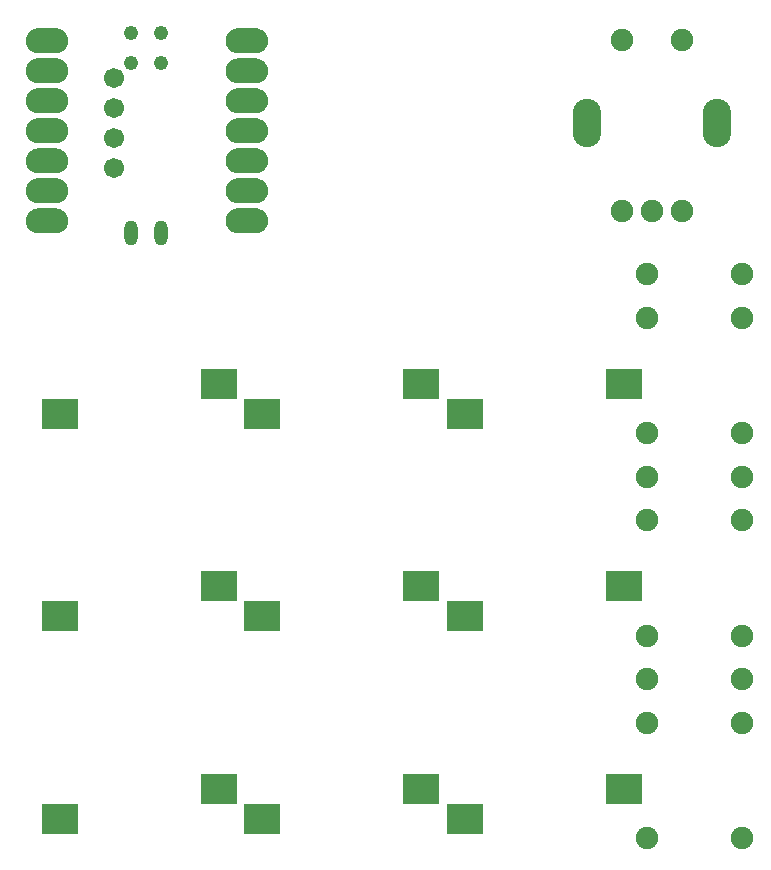
<source format=gbs>
G04 Layer: BottomSolderMaskLayer*
G04 EasyEDA v6.5.47, 2024-10-01 18:36:09*
G04 3ec955026bfb45a2a6d22a94ecb3f8fa,969951738f564c6b9e5867b4eeab67b3,10*
G04 Gerber Generator version 0.2*
G04 Scale: 100 percent, Rotated: No, Reflected: No *
G04 Dimensions in inches *
G04 leading zeros omitted , absolute positions ,3 integer and 6 decimal *
%FSLAX36Y36*%
%MOIN*%

%AMMACRO1*4,1,8,-0.0579,-0.0512,-0.0591,-0.05,-0.0591,0.05,-0.0579,0.0512,0.0579,0.0512,0.0591,0.05,0.0591,-0.05,0.0579,-0.0512,-0.0579,-0.0512,0*%
%ADD10O,0.044000000000000004X0.084*%
%ADD11C,0.0490*%
%ADD12MACRO1*%
%ADD13C,0.0749*%
%ADD14C,0.0670*%
%ADD15O,0.094551X0.16147999999999998*%
%ADD16O,0.0163X0.16147999999999998*%

%LPD*%
D10*
G01*
X777849Y1445270D03*
G01*
X677460Y1445270D03*
D11*
G01*
X777899Y2114720D03*
G01*
X777899Y2014720D03*
G01*
X677899Y2014720D03*
G01*
X677899Y2114720D03*
G36*
X367460Y2046354D02*
G01*
X367409Y2046356D01*
X365448Y2046404D01*
X365349Y2046410D01*
X363391Y2046556D01*
X363292Y2046567D01*
X361345Y2046810D01*
X361248Y2046824D01*
X359315Y2047165D01*
X359218Y2047184D01*
X357305Y2047622D01*
X357208Y2047647D01*
X355320Y2048177D01*
X355223Y2048207D01*
X353364Y2048832D01*
X353270Y2048865D01*
X351444Y2049582D01*
X351352Y2049621D01*
X349564Y2050428D01*
X349475Y2050471D01*
X347728Y2051367D01*
X347640Y2051415D01*
X345942Y2052395D01*
X345857Y2052447D01*
X344207Y2053512D01*
X344126Y2053569D01*
X342532Y2054713D01*
X342453Y2054774D01*
X340918Y2055997D01*
X340842Y2056060D01*
X339371Y2057359D01*
X339297Y2057428D01*
X337894Y2058798D01*
X337824Y2058868D01*
X336489Y2060308D01*
X336424Y2060383D01*
X335162Y2061885D01*
X335100Y2061963D01*
X333915Y2063526D01*
X333856Y2063607D01*
X332752Y2065228D01*
X332698Y2065313D01*
X331675Y2066986D01*
X331624Y2067073D01*
X330686Y2068796D01*
X330641Y2068885D01*
X329789Y2070653D01*
X329749Y2070743D01*
X328987Y2072552D01*
X328951Y2072645D01*
X328279Y2074488D01*
X328247Y2074583D01*
X327669Y2076457D01*
X327642Y2076554D01*
X327159Y2078456D01*
X327136Y2078551D01*
X326747Y2080475D01*
X326729Y2080572D01*
X326437Y2082512D01*
X326424Y2082613D01*
X326230Y2084564D01*
X326221Y2084663D01*
X326123Y2086624D01*
X326122Y2086723D01*
X326122Y2088685D01*
X326123Y2088786D01*
X326221Y2090745D01*
X326230Y2090844D01*
X326424Y2092797D01*
X326437Y2092896D01*
X326729Y2094837D01*
X326747Y2094935D01*
X327136Y2096858D01*
X327159Y2096954D01*
X327642Y2098856D01*
X327669Y2098951D01*
X328247Y2100826D01*
X328279Y2100920D01*
X328951Y2102764D01*
X328987Y2102858D01*
X329749Y2104666D01*
X329789Y2104756D01*
X330641Y2106525D01*
X330686Y2106613D01*
X331624Y2108335D01*
X331675Y2108422D01*
X332698Y2110097D01*
X332752Y2110180D01*
X333856Y2111801D01*
X333915Y2111882D01*
X335100Y2113447D01*
X335162Y2113524D01*
X336424Y2115027D01*
X336489Y2115102D01*
X337824Y2116541D01*
X337894Y2116612D01*
X339297Y2117982D01*
X339371Y2118051D01*
X340842Y2119349D01*
X340918Y2119412D01*
X342453Y2120635D01*
X342532Y2120695D01*
X344126Y2121840D01*
X344207Y2121896D01*
X345857Y2122962D01*
X345942Y2123013D01*
X347640Y2123995D01*
X347728Y2124043D01*
X349475Y2124938D01*
X349564Y2124980D01*
X351352Y2125787D01*
X351444Y2125826D01*
X353270Y2126543D01*
X353364Y2126577D01*
X355223Y2127202D01*
X355320Y2127231D01*
X357208Y2127763D01*
X357305Y2127788D01*
X359218Y2128225D01*
X359315Y2128245D01*
X361248Y2128584D01*
X361345Y2128598D01*
X363292Y2128843D01*
X363391Y2128852D01*
X365349Y2129000D01*
X365448Y2129005D01*
X367409Y2129054D01*
X367460Y2129054D01*
X426556Y2129054D01*
X426606Y2129054D01*
X428566Y2129005D01*
X428667Y2129000D01*
X430623Y2128852D01*
X430722Y2128843D01*
X432669Y2128598D01*
X432768Y2128584D01*
X434699Y2128245D01*
X434798Y2128225D01*
X436711Y2127788D01*
X436806Y2127763D01*
X438695Y2127231D01*
X438791Y2127202D01*
X440650Y2126577D01*
X440745Y2126543D01*
X442572Y2125826D01*
X442663Y2125787D01*
X444452Y2124980D01*
X444540Y2124938D01*
X446287Y2124043D01*
X446374Y2123995D01*
X448074Y2123013D01*
X448159Y2122962D01*
X449807Y2121896D01*
X449890Y2121840D01*
X451482Y2120695D01*
X451563Y2120635D01*
X453096Y2119412D01*
X453173Y2119349D01*
X454643Y2118051D01*
X454717Y2117982D01*
X456122Y2116612D01*
X456190Y2116541D01*
X457525Y2115102D01*
X457591Y2115027D01*
X458852Y2113524D01*
X458915Y2113447D01*
X460100Y2111882D01*
X460158Y2111801D01*
X461264Y2110180D01*
X461318Y2110097D01*
X462341Y2108422D01*
X462390Y2108335D01*
X463328Y2106613D01*
X463373Y2106525D01*
X464225Y2104756D01*
X464266Y2104666D01*
X465028Y2102858D01*
X465064Y2102764D01*
X465736Y2100920D01*
X465767Y2100826D01*
X466345Y2098951D01*
X466372Y2098856D01*
X466857Y2096954D01*
X466878Y2096858D01*
X467267Y2094935D01*
X467285Y2094837D01*
X467579Y2092896D01*
X467591Y2092797D01*
X467786Y2090844D01*
X467793Y2090745D01*
X467892Y2088786D01*
X467894Y2088685D01*
X467894Y2086723D01*
X467892Y2086624D01*
X467793Y2084663D01*
X467786Y2084564D01*
X467591Y2082613D01*
X467579Y2082512D01*
X467285Y2080572D01*
X467267Y2080475D01*
X466878Y2078551D01*
X466857Y2078456D01*
X466372Y2076554D01*
X466345Y2076457D01*
X465767Y2074583D01*
X465736Y2074488D01*
X465064Y2072645D01*
X465028Y2072552D01*
X464266Y2070743D01*
X464225Y2070653D01*
X463373Y2068885D01*
X463328Y2068796D01*
X462390Y2067073D01*
X462341Y2066986D01*
X461318Y2065313D01*
X461264Y2065228D01*
X460158Y2063607D01*
X460100Y2063526D01*
X458915Y2061963D01*
X458852Y2061885D01*
X457591Y2060383D01*
X457525Y2060308D01*
X456190Y2058868D01*
X456122Y2058798D01*
X454717Y2057428D01*
X454643Y2057359D01*
X453173Y2056060D01*
X453096Y2055997D01*
X451563Y2054774D01*
X451482Y2054713D01*
X449890Y2053569D01*
X449807Y2053512D01*
X448159Y2052447D01*
X448074Y2052395D01*
X446374Y2051415D01*
X446287Y2051367D01*
X444540Y2050471D01*
X444452Y2050428D01*
X442663Y2049621D01*
X442572Y2049582D01*
X440745Y2048865D01*
X440650Y2048832D01*
X438791Y2048207D01*
X438695Y2048177D01*
X436806Y2047647D01*
X436711Y2047622D01*
X434798Y2047184D01*
X434699Y2047165D01*
X432768Y2046824D01*
X432669Y2046810D01*
X430722Y2046567D01*
X430623Y2046556D01*
X428667Y2046410D01*
X428566Y2046404D01*
X426606Y2046356D01*
X426556Y2046354D01*
G37*
G36*
X1033443Y2046354D02*
G01*
X1033393Y2046356D01*
X1031432Y2046404D01*
X1031333Y2046410D01*
X1029376Y2046556D01*
X1029277Y2046567D01*
X1027330Y2046810D01*
X1027232Y2046824D01*
X1025299Y2047165D01*
X1025201Y2047184D01*
X1023289Y2047622D01*
X1023193Y2047647D01*
X1021304Y2048177D01*
X1021207Y2048207D01*
X1019349Y2048832D01*
X1019255Y2048865D01*
X1017427Y2049582D01*
X1017335Y2049621D01*
X1015547Y2050428D01*
X1015459Y2050471D01*
X1013712Y2051367D01*
X1013625Y2051415D01*
X1011926Y2052395D01*
X1011841Y2052447D01*
X1010191Y2053512D01*
X1010110Y2053569D01*
X1008517Y2054713D01*
X1008437Y2054774D01*
X1006903Y2055997D01*
X1006827Y2056060D01*
X1005356Y2057359D01*
X1005281Y2057428D01*
X1003878Y2058798D01*
X1003809Y2058868D01*
X1002474Y2060308D01*
X1002407Y2060383D01*
X1001147Y2061885D01*
X1001085Y2061963D01*
X999899Y2063526D01*
X999840Y2063607D01*
X998735Y2065228D01*
X998681Y2065313D01*
X997659Y2066986D01*
X997609Y2067073D01*
X996670Y2068796D01*
X996625Y2068885D01*
X995774Y2070653D01*
X995733Y2070743D01*
X994970Y2072552D01*
X994934Y2072645D01*
X994264Y2074488D01*
X994232Y2074583D01*
X993653Y2076457D01*
X993626Y2076554D01*
X993143Y2078456D01*
X993121Y2078551D01*
X992731Y2080475D01*
X992713Y2080572D01*
X992421Y2082512D01*
X992408Y2082613D01*
X992214Y2084564D01*
X992205Y2084663D01*
X992107Y2086624D01*
X992106Y2086723D01*
X992106Y2088685D01*
X992107Y2088786D01*
X992205Y2090745D01*
X992214Y2090844D01*
X992408Y2092797D01*
X992421Y2092896D01*
X992713Y2094837D01*
X992731Y2094935D01*
X993121Y2096858D01*
X993143Y2096954D01*
X993626Y2098856D01*
X993653Y2098951D01*
X994232Y2100826D01*
X994264Y2100920D01*
X994934Y2102764D01*
X994970Y2102858D01*
X995733Y2104666D01*
X995774Y2104756D01*
X996625Y2106525D01*
X996670Y2106613D01*
X997609Y2108335D01*
X997659Y2108422D01*
X998681Y2110097D01*
X998735Y2110180D01*
X999840Y2111801D01*
X999899Y2111882D01*
X1001085Y2113447D01*
X1001147Y2113524D01*
X1002407Y2115027D01*
X1002474Y2115102D01*
X1003809Y2116541D01*
X1003878Y2116612D01*
X1005281Y2117982D01*
X1005356Y2118051D01*
X1006827Y2119349D01*
X1006903Y2119412D01*
X1008437Y2120635D01*
X1008517Y2120695D01*
X1010110Y2121840D01*
X1010191Y2121896D01*
X1011841Y2122962D01*
X1011926Y2123013D01*
X1013625Y2123995D01*
X1013712Y2124043D01*
X1015459Y2124938D01*
X1015547Y2124980D01*
X1017335Y2125787D01*
X1017427Y2125826D01*
X1019255Y2126543D01*
X1019349Y2126577D01*
X1021207Y2127202D01*
X1021304Y2127231D01*
X1023193Y2127763D01*
X1023289Y2127788D01*
X1025201Y2128225D01*
X1025299Y2128245D01*
X1027232Y2128584D01*
X1027330Y2128598D01*
X1029277Y2128843D01*
X1029376Y2128852D01*
X1031333Y2129000D01*
X1031432Y2129005D01*
X1033393Y2129054D01*
X1033443Y2129054D01*
X1092539Y2129054D01*
X1092590Y2129054D01*
X1094551Y2129005D01*
X1094651Y2129000D01*
X1096607Y2128852D01*
X1096706Y2128843D01*
X1098653Y2128598D01*
X1098752Y2128584D01*
X1100684Y2128245D01*
X1100781Y2128225D01*
X1102695Y2127788D01*
X1102790Y2127763D01*
X1104679Y2127231D01*
X1104776Y2127202D01*
X1106634Y2126577D01*
X1106728Y2126543D01*
X1108555Y2125826D01*
X1108648Y2125787D01*
X1110435Y2124980D01*
X1110524Y2124938D01*
X1112271Y2124043D01*
X1112358Y2123995D01*
X1114058Y2123013D01*
X1114143Y2122962D01*
X1115792Y2121896D01*
X1115874Y2121840D01*
X1117466Y2120695D01*
X1117547Y2120635D01*
X1119080Y2119412D01*
X1119156Y2119349D01*
X1120627Y2118051D01*
X1120702Y2117982D01*
X1122106Y2116612D01*
X1122174Y2116541D01*
X1123509Y2115102D01*
X1123576Y2115027D01*
X1124836Y2113524D01*
X1124898Y2113447D01*
X1126084Y2111882D01*
X1126143Y2111801D01*
X1127247Y2110180D01*
X1127301Y2110097D01*
X1128325Y2108422D01*
X1128374Y2108335D01*
X1129313Y2106613D01*
X1129358Y2106525D01*
X1130209Y2104756D01*
X1130250Y2104666D01*
X1131013Y2102858D01*
X1131049Y2102764D01*
X1131719Y2100920D01*
X1131751Y2100826D01*
X1132330Y2098951D01*
X1132357Y2098856D01*
X1132840Y2096954D01*
X1132862Y2096858D01*
X1133252Y2094935D01*
X1133270Y2094837D01*
X1133563Y2092896D01*
X1133575Y2092797D01*
X1133770Y2090844D01*
X1133778Y2090745D01*
X1133876Y2088786D01*
X1133878Y2088685D01*
X1133878Y2086723D01*
X1133876Y2086624D01*
X1133778Y2084663D01*
X1133770Y2084564D01*
X1133575Y2082613D01*
X1133563Y2082512D01*
X1133270Y2080572D01*
X1133252Y2080475D01*
X1132862Y2078551D01*
X1132840Y2078456D01*
X1132357Y2076554D01*
X1132330Y2076457D01*
X1131751Y2074583D01*
X1131719Y2074488D01*
X1131049Y2072645D01*
X1131013Y2072552D01*
X1130250Y2070743D01*
X1130209Y2070653D01*
X1129358Y2068885D01*
X1129313Y2068796D01*
X1128374Y2067073D01*
X1128325Y2066986D01*
X1127301Y2065313D01*
X1127247Y2065228D01*
X1126143Y2063607D01*
X1126084Y2063526D01*
X1124898Y2061963D01*
X1124836Y2061885D01*
X1123576Y2060383D01*
X1123509Y2060308D01*
X1122174Y2058868D01*
X1122106Y2058798D01*
X1120702Y2057428D01*
X1120627Y2057359D01*
X1119156Y2056060D01*
X1119080Y2055997D01*
X1117547Y2054774D01*
X1117466Y2054713D01*
X1115874Y2053569D01*
X1115792Y2053512D01*
X1114143Y2052447D01*
X1114058Y2052395D01*
X1112358Y2051415D01*
X1112271Y2051367D01*
X1110524Y2050471D01*
X1110435Y2050428D01*
X1108648Y2049621D01*
X1108555Y2049582D01*
X1106728Y2048865D01*
X1106634Y2048832D01*
X1104776Y2048207D01*
X1104679Y2048177D01*
X1102790Y2047647D01*
X1102695Y2047622D01*
X1100781Y2047184D01*
X1100684Y2047165D01*
X1098752Y2046824D01*
X1098653Y2046810D01*
X1096706Y2046567D01*
X1096607Y2046556D01*
X1094651Y2046410D01*
X1094551Y2046404D01*
X1092590Y2046356D01*
X1092539Y2046354D01*
G37*
G36*
X1033450Y1946129D02*
G01*
X1033401Y1946131D01*
X1031441Y1946178D01*
X1031333Y1946183D01*
X1029377Y1946336D01*
X1029292Y1946345D01*
X1027345Y1946581D01*
X1027236Y1946597D01*
X1025303Y1946941D01*
X1025209Y1946959D01*
X1023296Y1947395D01*
X1023197Y1947420D01*
X1021309Y1947953D01*
X1021215Y1947982D01*
X1019355Y1948607D01*
X1019264Y1948641D01*
X1017438Y1949357D01*
X1017345Y1949394D01*
X1015554Y1950201D01*
X1015460Y1950246D01*
X1013719Y1951141D01*
X1013634Y1951188D01*
X1011934Y1952168D01*
X1011845Y1952222D01*
X1010195Y1953290D01*
X1010117Y1953344D01*
X1008524Y1954486D01*
X1008443Y1954547D01*
X1006911Y1955770D01*
X1006832Y1955835D01*
X1005357Y1957139D01*
X1005285Y1957206D01*
X1003886Y1958573D01*
X1003815Y1958645D01*
X1002479Y1960086D01*
X1002415Y1960160D01*
X1001153Y1961662D01*
X1001093Y1961738D01*
X999907Y1963297D01*
X999849Y1963380D01*
X998743Y1965001D01*
X998688Y1965086D01*
X997664Y1966761D01*
X997614Y1966848D01*
X996678Y1968569D01*
X996633Y1968656D01*
X995780Y1970423D01*
X995739Y1970515D01*
X994976Y1972325D01*
X994940Y1972417D01*
X994269Y1974261D01*
X994236Y1974360D01*
X993661Y1976235D01*
X993635Y1976325D01*
X993149Y1978225D01*
X993127Y1978324D01*
X992737Y1980252D01*
X992719Y1980349D01*
X992427Y1982287D01*
X992416Y1982386D01*
X992219Y1984335D01*
X992211Y1984436D01*
X992115Y1986401D01*
X992114Y1986500D01*
X992114Y1988458D01*
X992115Y1988555D01*
X992211Y1990518D01*
X992219Y1990621D01*
X992416Y1992570D01*
X992427Y1992667D01*
X992719Y1994609D01*
X992737Y1994708D01*
X993127Y1996633D01*
X993149Y1996732D01*
X993635Y1998634D01*
X993661Y1998724D01*
X994236Y2000599D01*
X994269Y2000700D01*
X994940Y2002541D01*
X994976Y2002633D01*
X995739Y2004441D01*
X995780Y2004531D01*
X996633Y2006300D01*
X996678Y2006388D01*
X997614Y2008110D01*
X997664Y2008195D01*
X998688Y2009870D01*
X998743Y2009956D01*
X999849Y2011577D01*
X999907Y2011657D01*
X1001091Y2013222D01*
X1001153Y2013299D01*
X1002413Y2014803D01*
X1002483Y2014881D01*
X1003819Y2016316D01*
X1003882Y2016383D01*
X1005282Y2017755D01*
X1005361Y2017829D01*
X1006836Y2019126D01*
X1006911Y2019187D01*
X1008443Y2020410D01*
X1008524Y2020471D01*
X1010117Y2021613D01*
X1010195Y2021667D01*
X1011845Y2022735D01*
X1011935Y2022791D01*
X1013635Y2023769D01*
X1013716Y2023813D01*
X1015459Y2024710D01*
X1015554Y2024756D01*
X1017345Y2025563D01*
X1017438Y2025601D01*
X1019264Y2026316D01*
X1019355Y2026350D01*
X1021215Y2026975D01*
X1021309Y2027004D01*
X1023197Y2027537D01*
X1023296Y2027561D01*
X1025209Y2027997D01*
X1025306Y2028016D01*
X1027238Y2028359D01*
X1027336Y2028373D01*
X1029283Y2028618D01*
X1029385Y2028629D01*
X1031341Y2028775D01*
X1031440Y2028780D01*
X1033400Y2028829D01*
X1033450Y2028829D01*
X1092547Y2028829D01*
X1092596Y2028829D01*
X1094557Y2028780D01*
X1094656Y2028775D01*
X1096613Y2028629D01*
X1096715Y2028618D01*
X1098662Y2028373D01*
X1098761Y2028359D01*
X1100691Y2028016D01*
X1100787Y2027997D01*
X1102700Y2027561D01*
X1102799Y2027537D01*
X1104687Y2027004D01*
X1104781Y2026975D01*
X1106640Y2026350D01*
X1106733Y2026316D01*
X1108560Y2025601D01*
X1108654Y2025562D01*
X1110442Y2024755D01*
X1110532Y2024711D01*
X1112280Y2023814D01*
X1112362Y2023769D01*
X1114062Y2022791D01*
X1114153Y2022734D01*
X1115802Y2021667D01*
X1115879Y2021615D01*
X1117473Y2020473D01*
X1117555Y2020410D01*
X1119088Y2019187D01*
X1119164Y2019124D01*
X1120634Y2017827D01*
X1120708Y2017757D01*
X1122114Y2016386D01*
X1122182Y2016316D01*
X1123517Y2014881D01*
X1123585Y2014803D01*
X1124844Y2013299D01*
X1124904Y2013224D01*
X1126091Y2011658D01*
X1126150Y2011576D01*
X1127254Y2009955D01*
X1127308Y2009870D01*
X1128332Y2008195D01*
X1128382Y2008110D01*
X1129318Y2006388D01*
X1129363Y2006300D01*
X1130216Y2004531D01*
X1130257Y2004441D01*
X1131019Y2002633D01*
X1131055Y2002541D01*
X1131728Y2000700D01*
X1131760Y2000603D01*
X1132337Y1998728D01*
X1132364Y1998631D01*
X1132848Y1996729D01*
X1132870Y1996633D01*
X1133258Y1994708D01*
X1133276Y1994609D01*
X1133568Y1992667D01*
X1133581Y1992570D01*
X1133777Y1990621D01*
X1133783Y1990522D01*
X1133882Y1988559D01*
X1133886Y1988458D01*
X1133886Y1986500D01*
X1133882Y1986399D01*
X1133783Y1984434D01*
X1133777Y1984335D01*
X1133581Y1982386D01*
X1133568Y1982287D01*
X1133276Y1980349D01*
X1133258Y1980252D01*
X1132870Y1978324D01*
X1132848Y1978227D01*
X1132364Y1976327D01*
X1132337Y1976232D01*
X1131760Y1974357D01*
X1131728Y1974261D01*
X1131055Y1972417D01*
X1131019Y1972325D01*
X1130257Y1970515D01*
X1130216Y1970423D01*
X1129363Y1968656D01*
X1129318Y1968569D01*
X1128382Y1966848D01*
X1128332Y1966761D01*
X1127308Y1965086D01*
X1127254Y1965003D01*
X1126150Y1963382D01*
X1126090Y1963296D01*
X1124903Y1961736D01*
X1124844Y1961662D01*
X1123585Y1960160D01*
X1123518Y1960086D01*
X1122183Y1958645D01*
X1122111Y1958571D01*
X1120704Y1957204D01*
X1120637Y1957141D01*
X1119167Y1955837D01*
X1119088Y1955770D01*
X1117555Y1954547D01*
X1117473Y1954484D01*
X1115879Y1953342D01*
X1115802Y1953290D01*
X1114153Y1952222D01*
X1114065Y1952168D01*
X1112364Y1951188D01*
X1112277Y1951140D01*
X1110531Y1950246D01*
X1110442Y1950203D01*
X1108654Y1949396D01*
X1108560Y1949355D01*
X1106733Y1948640D01*
X1106640Y1948607D01*
X1104781Y1947982D01*
X1104687Y1947953D01*
X1102799Y1947420D01*
X1102700Y1947395D01*
X1100787Y1946959D01*
X1100694Y1946941D01*
X1098762Y1946597D01*
X1098653Y1946581D01*
X1096706Y1946345D01*
X1096620Y1946336D01*
X1094663Y1946183D01*
X1094555Y1946178D01*
X1092595Y1946131D01*
X1092547Y1946129D01*
G37*
G36*
X1033450Y1846523D02*
G01*
X1033402Y1846525D01*
X1031444Y1846572D01*
X1031336Y1846577D01*
X1029380Y1846729D01*
X1029295Y1846738D01*
X1027348Y1846975D01*
X1027238Y1846990D01*
X1025303Y1847334D01*
X1025209Y1847354D01*
X1023297Y1847790D01*
X1023197Y1847815D01*
X1021310Y1848348D01*
X1021216Y1848377D01*
X1019355Y1849002D01*
X1019263Y1849036D01*
X1017439Y1849751D01*
X1017348Y1849789D01*
X1015555Y1850596D01*
X1015461Y1850641D01*
X1013720Y1851536D01*
X1013636Y1851581D01*
X1011935Y1852561D01*
X1011846Y1852615D01*
X1010198Y1853683D01*
X1010119Y1853737D01*
X1008527Y1854879D01*
X1008443Y1854942D01*
X1006912Y1856165D01*
X1006836Y1856228D01*
X1005360Y1857532D01*
X1005286Y1857600D01*
X1003886Y1858967D01*
X1003815Y1859040D01*
X1002480Y1860480D01*
X1002416Y1860554D01*
X1001156Y1862056D01*
X1001094Y1862132D01*
X999909Y1863692D01*
X999850Y1863775D01*
X998744Y1865396D01*
X998689Y1865480D01*
X997667Y1867156D01*
X997618Y1867240D01*
X996679Y1868962D01*
X996633Y1869050D01*
X995780Y1870817D01*
X995739Y1870911D01*
X994978Y1872721D01*
X994942Y1872811D01*
X994269Y1874654D01*
X994237Y1874753D01*
X993661Y1876628D01*
X993635Y1876720D01*
X993150Y1878620D01*
X993128Y1878719D01*
X992740Y1880646D01*
X992722Y1880743D01*
X992430Y1882681D01*
X992417Y1882779D01*
X992220Y1884728D01*
X992213Y1884830D01*
X992115Y1886795D01*
X992114Y1886894D01*
X992114Y1888852D01*
X992115Y1888951D01*
X992213Y1890913D01*
X992220Y1891015D01*
X992417Y1892964D01*
X992430Y1893060D01*
X992722Y1895003D01*
X992740Y1895102D01*
X993128Y1897026D01*
X993150Y1897123D01*
X993635Y1899025D01*
X993661Y1899119D01*
X994237Y1900994D01*
X994269Y1901093D01*
X994942Y1902935D01*
X994978Y1903025D01*
X995739Y1904834D01*
X995780Y1904924D01*
X996633Y1906694D01*
X996679Y1906783D01*
X997618Y1908505D01*
X997667Y1908589D01*
X998689Y1910264D01*
X998744Y1910349D01*
X999850Y1911970D01*
X999908Y1912051D01*
X1001094Y1913616D01*
X1001154Y1913692D01*
X1002415Y1915196D01*
X1002483Y1915275D01*
X1003818Y1916711D01*
X1003883Y1916777D01*
X1005285Y1918150D01*
X1005363Y1918222D01*
X1006840Y1919520D01*
X1006912Y1919580D01*
X1008443Y1920803D01*
X1008527Y1920866D01*
X1010119Y1922008D01*
X1010198Y1922062D01*
X1011846Y1923130D01*
X1011936Y1923184D01*
X1013638Y1924162D01*
X1013719Y1924207D01*
X1015460Y1925104D01*
X1015555Y1925149D01*
X1017348Y1925956D01*
X1017439Y1925994D01*
X1019263Y1926709D01*
X1019355Y1926743D01*
X1021216Y1927368D01*
X1021310Y1927397D01*
X1023197Y1927930D01*
X1023297Y1927955D01*
X1025209Y1928391D01*
X1025306Y1928411D01*
X1027241Y1928753D01*
X1027339Y1928768D01*
X1029286Y1929013D01*
X1029386Y1929023D01*
X1031342Y1929169D01*
X1031441Y1929173D01*
X1033401Y1929223D01*
X1033450Y1929223D01*
X1092547Y1929223D01*
X1092596Y1929223D01*
X1094558Y1929173D01*
X1094657Y1929169D01*
X1096615Y1929023D01*
X1096715Y1929013D01*
X1098663Y1928768D01*
X1098762Y1928753D01*
X1100693Y1928411D01*
X1100788Y1928391D01*
X1102700Y1927955D01*
X1102799Y1927930D01*
X1104690Y1927397D01*
X1104785Y1927368D01*
X1106643Y1926743D01*
X1106733Y1926711D01*
X1108562Y1925996D01*
X1108657Y1925956D01*
X1110443Y1925149D01*
X1110533Y1925104D01*
X1112281Y1924207D01*
X1112363Y1924162D01*
X1114065Y1923184D01*
X1114156Y1923128D01*
X1115803Y1922060D01*
X1115880Y1922008D01*
X1117475Y1920866D01*
X1117556Y1920803D01*
X1119089Y1919580D01*
X1119166Y1919517D01*
X1120636Y1918220D01*
X1120708Y1918152D01*
X1122114Y1916779D01*
X1122181Y1916712D01*
X1123518Y1915275D01*
X1123587Y1915196D01*
X1124846Y1913692D01*
X1124907Y1913618D01*
X1126094Y1912053D01*
X1126153Y1911970D01*
X1127256Y1910349D01*
X1127310Y1910264D01*
X1128334Y1908589D01*
X1128383Y1908503D01*
X1129319Y1906781D01*
X1129364Y1906694D01*
X1130217Y1904924D01*
X1130258Y1904834D01*
X1131019Y1903025D01*
X1131054Y1902937D01*
X1131728Y1901095D01*
X1131763Y1900994D01*
X1132339Y1899119D01*
X1132364Y1899027D01*
X1132849Y1897125D01*
X1132871Y1897026D01*
X1133261Y1895102D01*
X1133279Y1895003D01*
X1133571Y1893060D01*
X1133582Y1892962D01*
X1133777Y1891012D01*
X1133783Y1890916D01*
X1133882Y1888953D01*
X1133886Y1888852D01*
X1133886Y1886894D01*
X1133882Y1886792D01*
X1133783Y1884828D01*
X1133777Y1884731D01*
X1133582Y1882782D01*
X1133571Y1882681D01*
X1133279Y1880743D01*
X1133261Y1880646D01*
X1132871Y1878719D01*
X1132849Y1878620D01*
X1132364Y1876720D01*
X1132339Y1876628D01*
X1131763Y1874753D01*
X1131728Y1874652D01*
X1131054Y1872809D01*
X1131019Y1872721D01*
X1130258Y1870911D01*
X1130217Y1870817D01*
X1129364Y1869050D01*
X1129319Y1868964D01*
X1128383Y1867242D01*
X1128334Y1867156D01*
X1127310Y1865480D01*
X1127256Y1865396D01*
X1126153Y1863775D01*
X1126091Y1863690D01*
X1124904Y1862130D01*
X1124845Y1862056D01*
X1123586Y1860554D01*
X1123519Y1860479D01*
X1122183Y1859038D01*
X1122111Y1858966D01*
X1120707Y1857599D01*
X1120640Y1857536D01*
X1119170Y1856232D01*
X1119089Y1856165D01*
X1117556Y1854942D01*
X1117475Y1854879D01*
X1115880Y1853737D01*
X1115803Y1853685D01*
X1114156Y1852617D01*
X1114066Y1852561D01*
X1112364Y1851581D01*
X1112278Y1851534D01*
X1110532Y1850639D01*
X1110443Y1850596D01*
X1108657Y1849789D01*
X1108562Y1849749D01*
X1106733Y1849034D01*
X1106643Y1849002D01*
X1104785Y1848377D01*
X1104690Y1848348D01*
X1102799Y1847815D01*
X1102700Y1847790D01*
X1100788Y1847354D01*
X1100694Y1847334D01*
X1098765Y1846990D01*
X1098654Y1846975D01*
X1096706Y1846738D01*
X1096621Y1846729D01*
X1094665Y1846577D01*
X1094557Y1846572D01*
X1092595Y1846525D01*
X1092547Y1846523D01*
G37*
G36*
X1033450Y1746523D02*
G01*
X1033401Y1746523D01*
X1031441Y1746572D01*
X1031333Y1746577D01*
X1029377Y1746729D01*
X1029292Y1746738D01*
X1027345Y1746975D01*
X1027236Y1746990D01*
X1025303Y1747334D01*
X1025209Y1747354D01*
X1023297Y1747790D01*
X1023198Y1747815D01*
X1021309Y1748348D01*
X1021215Y1748377D01*
X1019355Y1749002D01*
X1019264Y1749034D01*
X1017439Y1749749D01*
X1017345Y1749789D01*
X1015554Y1750596D01*
X1015462Y1750639D01*
X1013720Y1751534D01*
X1013632Y1751581D01*
X1011934Y1752563D01*
X1011848Y1752615D01*
X1010198Y1753683D01*
X1010118Y1753737D01*
X1008526Y1754879D01*
X1008445Y1754942D01*
X1006912Y1756165D01*
X1006833Y1756230D01*
X1005358Y1757534D01*
X1005288Y1757600D01*
X1003887Y1758966D01*
X1003815Y1759038D01*
X1002479Y1760480D01*
X1002416Y1760553D01*
X1001154Y1762053D01*
X1001093Y1762132D01*
X999908Y1763692D01*
X999849Y1763773D01*
X998743Y1765394D01*
X998688Y1765480D01*
X997665Y1767154D01*
X997615Y1767240D01*
X996678Y1768964D01*
X996633Y1769050D01*
X995780Y1770817D01*
X995739Y1770911D01*
X994978Y1772719D01*
X994942Y1772811D01*
X994269Y1774654D01*
X994237Y1774753D01*
X993661Y1776628D01*
X993635Y1776718D01*
X993149Y1778618D01*
X993126Y1778719D01*
X992737Y1780646D01*
X992721Y1780742D01*
X992427Y1782680D01*
X992416Y1782779D01*
X992220Y1784729D01*
X992213Y1784830D01*
X992115Y1786795D01*
X992114Y1786894D01*
X992114Y1788852D01*
X992115Y1788951D01*
X992213Y1790913D01*
X992220Y1791012D01*
X992416Y1792962D01*
X992427Y1793062D01*
X992721Y1795003D01*
X992737Y1795100D01*
X993126Y1797024D01*
X993149Y1797125D01*
X993635Y1799027D01*
X993661Y1799119D01*
X994237Y1800994D01*
X994269Y1801091D01*
X994942Y1802934D01*
X994978Y1803025D01*
X995739Y1804832D01*
X995780Y1804922D01*
X996633Y1806693D01*
X996679Y1806783D01*
X997617Y1808505D01*
X997665Y1808589D01*
X998688Y1810264D01*
X998743Y1810351D01*
X999849Y1811972D01*
X999907Y1812051D01*
X1001090Y1813614D01*
X1001153Y1813694D01*
X1002416Y1815198D01*
X1002483Y1815273D01*
X1003818Y1816709D01*
X1003883Y1816777D01*
X1005285Y1818148D01*
X1005362Y1818220D01*
X1006837Y1819519D01*
X1006912Y1819580D01*
X1008445Y1820803D01*
X1008526Y1820866D01*
X1010118Y1822008D01*
X1010196Y1822062D01*
X1011846Y1823130D01*
X1011935Y1823184D01*
X1013635Y1824162D01*
X1013717Y1824207D01*
X1015460Y1825104D01*
X1015555Y1825149D01*
X1017346Y1825956D01*
X1017438Y1825994D01*
X1019263Y1826709D01*
X1019355Y1826743D01*
X1021215Y1827368D01*
X1021310Y1827397D01*
X1023199Y1827930D01*
X1023296Y1827955D01*
X1025209Y1828391D01*
X1025307Y1828411D01*
X1027240Y1828753D01*
X1027336Y1828766D01*
X1029283Y1829011D01*
X1029384Y1829022D01*
X1031340Y1829169D01*
X1031440Y1829173D01*
X1033401Y1829223D01*
X1033450Y1829223D01*
X1092547Y1829223D01*
X1092596Y1829223D01*
X1094557Y1829173D01*
X1094656Y1829169D01*
X1096616Y1829022D01*
X1096715Y1829011D01*
X1098662Y1828766D01*
X1098761Y1828753D01*
X1100691Y1828411D01*
X1100789Y1828391D01*
X1102701Y1827955D01*
X1102799Y1827930D01*
X1104687Y1827397D01*
X1104781Y1827368D01*
X1106642Y1826743D01*
X1106733Y1826711D01*
X1108562Y1825996D01*
X1108656Y1825956D01*
X1110442Y1825149D01*
X1110533Y1825104D01*
X1112281Y1824207D01*
X1112364Y1824162D01*
X1114063Y1823184D01*
X1114153Y1823128D01*
X1115802Y1822060D01*
X1115879Y1822008D01*
X1117473Y1820866D01*
X1117555Y1820805D01*
X1119089Y1819582D01*
X1119165Y1819517D01*
X1120636Y1818218D01*
X1120708Y1818150D01*
X1122114Y1816779D01*
X1122182Y1816709D01*
X1123517Y1815273D01*
X1123585Y1815196D01*
X1124844Y1813692D01*
X1124903Y1813616D01*
X1126090Y1812053D01*
X1126150Y1811970D01*
X1127254Y1810349D01*
X1127308Y1810264D01*
X1128332Y1808589D01*
X1128380Y1808505D01*
X1129318Y1806783D01*
X1129364Y1806693D01*
X1130217Y1804922D01*
X1130258Y1804832D01*
X1131019Y1803025D01*
X1131055Y1802934D01*
X1131728Y1801091D01*
X1131760Y1800996D01*
X1132337Y1799121D01*
X1132364Y1799023D01*
X1132848Y1797121D01*
X1132870Y1797026D01*
X1133258Y1795102D01*
X1133276Y1795003D01*
X1133569Y1793062D01*
X1133581Y1792962D01*
X1133777Y1791012D01*
X1133783Y1790915D01*
X1133882Y1788953D01*
X1133886Y1788852D01*
X1133886Y1786894D01*
X1133882Y1786792D01*
X1133783Y1784828D01*
X1133777Y1784729D01*
X1133581Y1782779D01*
X1133569Y1782680D01*
X1133276Y1780742D01*
X1133258Y1780644D01*
X1132870Y1778719D01*
X1132848Y1778622D01*
X1132364Y1776721D01*
X1132337Y1776626D01*
X1131760Y1774751D01*
X1131728Y1774654D01*
X1131055Y1772811D01*
X1131019Y1772719D01*
X1130258Y1770911D01*
X1130217Y1770817D01*
X1129364Y1769050D01*
X1129319Y1768964D01*
X1128382Y1767240D01*
X1128332Y1767154D01*
X1127308Y1765479D01*
X1127254Y1765396D01*
X1126150Y1763775D01*
X1126090Y1763690D01*
X1124903Y1762130D01*
X1124843Y1762055D01*
X1123584Y1760554D01*
X1123519Y1760480D01*
X1122184Y1759038D01*
X1122111Y1758964D01*
X1120706Y1757597D01*
X1120639Y1757536D01*
X1119169Y1756232D01*
X1119089Y1756163D01*
X1117555Y1754940D01*
X1117473Y1754879D01*
X1115879Y1753737D01*
X1115801Y1753683D01*
X1114152Y1752615D01*
X1114066Y1752563D01*
X1112367Y1751581D01*
X1112277Y1751534D01*
X1110531Y1750639D01*
X1110443Y1750598D01*
X1108657Y1749789D01*
X1108560Y1749749D01*
X1106733Y1749034D01*
X1106642Y1749002D01*
X1104781Y1748377D01*
X1104687Y1748348D01*
X1102799Y1747815D01*
X1102700Y1747790D01*
X1100788Y1747354D01*
X1100694Y1747334D01*
X1098764Y1746990D01*
X1098653Y1746975D01*
X1096706Y1746738D01*
X1096621Y1746729D01*
X1094663Y1746577D01*
X1094556Y1746572D01*
X1092596Y1746523D01*
X1092547Y1746523D01*
G37*
G36*
X1033452Y1646523D02*
G01*
X1033405Y1646525D01*
X1031444Y1646572D01*
X1031336Y1646577D01*
X1029380Y1646729D01*
X1029295Y1646738D01*
X1027348Y1646975D01*
X1027238Y1646990D01*
X1025306Y1647334D01*
X1025212Y1647354D01*
X1023298Y1647790D01*
X1023199Y1647815D01*
X1021310Y1648348D01*
X1021216Y1648377D01*
X1019358Y1649002D01*
X1019264Y1649036D01*
X1017439Y1649751D01*
X1017349Y1649789D01*
X1015556Y1650596D01*
X1015464Y1650641D01*
X1013720Y1651536D01*
X1013635Y1651583D01*
X1011936Y1652563D01*
X1011849Y1652615D01*
X1010199Y1653683D01*
X1010119Y1653737D01*
X1008527Y1654879D01*
X1008446Y1654942D01*
X1006913Y1656165D01*
X1006836Y1656230D01*
X1005361Y1657534D01*
X1005289Y1657600D01*
X1003887Y1658967D01*
X1003818Y1659040D01*
X1002483Y1660480D01*
X1002418Y1660553D01*
X1001157Y1662055D01*
X1001094Y1662132D01*
X999911Y1663692D01*
X999852Y1663773D01*
X998744Y1665394D01*
X998689Y1665480D01*
X997668Y1667156D01*
X997619Y1667240D01*
X996680Y1668962D01*
X996634Y1669050D01*
X995783Y1670817D01*
X995742Y1670911D01*
X994979Y1672721D01*
X994943Y1672811D01*
X994272Y1674654D01*
X994238Y1674753D01*
X993662Y1676628D01*
X993636Y1676718D01*
X993150Y1678618D01*
X993127Y1678719D01*
X992740Y1680646D01*
X992722Y1680743D01*
X992430Y1682680D01*
X992417Y1682781D01*
X992223Y1684729D01*
X992214Y1684830D01*
X992118Y1686795D01*
X992115Y1686894D01*
X992115Y1688852D01*
X992118Y1688951D01*
X992214Y1690913D01*
X992223Y1691014D01*
X992417Y1692962D01*
X992430Y1693062D01*
X992722Y1695003D01*
X992740Y1695100D01*
X993127Y1697026D01*
X993150Y1697125D01*
X993636Y1699027D01*
X993662Y1699119D01*
X994238Y1700994D01*
X994272Y1701093D01*
X994943Y1702935D01*
X994979Y1703025D01*
X995742Y1704834D01*
X995783Y1704924D01*
X996634Y1706694D01*
X996680Y1706783D01*
X997619Y1708505D01*
X997668Y1708589D01*
X998689Y1710264D01*
X998744Y1710351D01*
X999852Y1711972D01*
X999908Y1712051D01*
X1001093Y1713616D01*
X1001156Y1713694D01*
X1002417Y1715198D01*
X1002484Y1715275D01*
X1003819Y1716711D01*
X1003886Y1716777D01*
X1005286Y1718150D01*
X1005365Y1718222D01*
X1006840Y1719520D01*
X1006913Y1719580D01*
X1008446Y1720803D01*
X1008527Y1720866D01*
X1010119Y1722008D01*
X1010199Y1722062D01*
X1011849Y1723130D01*
X1011938Y1723184D01*
X1013636Y1724162D01*
X1013720Y1724207D01*
X1015462Y1725104D01*
X1015556Y1725149D01*
X1017349Y1725956D01*
X1017439Y1725994D01*
X1019264Y1726709D01*
X1019358Y1726743D01*
X1021216Y1727368D01*
X1021310Y1727397D01*
X1023199Y1727930D01*
X1023298Y1727955D01*
X1025212Y1728391D01*
X1025308Y1728411D01*
X1027241Y1728753D01*
X1027339Y1728768D01*
X1029286Y1729013D01*
X1029386Y1729023D01*
X1031342Y1729169D01*
X1031441Y1729173D01*
X1033402Y1729223D01*
X1033452Y1729223D01*
X1092548Y1729223D01*
X1092599Y1729223D01*
X1094558Y1729173D01*
X1094657Y1729169D01*
X1096616Y1729023D01*
X1096718Y1729013D01*
X1098665Y1728768D01*
X1098764Y1728753D01*
X1100694Y1728411D01*
X1100789Y1728391D01*
X1102703Y1727955D01*
X1102802Y1727930D01*
X1104690Y1727397D01*
X1104783Y1727368D01*
X1106643Y1726743D01*
X1106736Y1726711D01*
X1108563Y1725996D01*
X1108657Y1725956D01*
X1110444Y1725149D01*
X1110536Y1725104D01*
X1112282Y1724207D01*
X1112367Y1724162D01*
X1114066Y1723184D01*
X1114156Y1723128D01*
X1115803Y1722060D01*
X1115880Y1722008D01*
X1117475Y1720866D01*
X1117556Y1720805D01*
X1119090Y1719582D01*
X1119166Y1719517D01*
X1120636Y1718220D01*
X1120711Y1718152D01*
X1122115Y1716779D01*
X1122183Y1716711D01*
X1123518Y1715275D01*
X1123587Y1715196D01*
X1124846Y1713692D01*
X1124907Y1713618D01*
X1126094Y1712053D01*
X1126153Y1711970D01*
X1127256Y1710349D01*
X1127310Y1710264D01*
X1128334Y1708589D01*
X1128383Y1708505D01*
X1129321Y1706783D01*
X1129367Y1706694D01*
X1130218Y1704924D01*
X1130259Y1704834D01*
X1131022Y1703025D01*
X1131058Y1702935D01*
X1131729Y1701093D01*
X1131761Y1700997D01*
X1132340Y1699122D01*
X1132367Y1699025D01*
X1132849Y1697123D01*
X1132871Y1697026D01*
X1133261Y1695102D01*
X1133279Y1695003D01*
X1133572Y1693062D01*
X1133584Y1692962D01*
X1133779Y1691014D01*
X1133786Y1690916D01*
X1133885Y1688953D01*
X1133887Y1688852D01*
X1133887Y1686894D01*
X1133885Y1686792D01*
X1133786Y1684828D01*
X1133779Y1684729D01*
X1133584Y1682781D01*
X1133572Y1682680D01*
X1133279Y1680743D01*
X1133261Y1680646D01*
X1132871Y1678719D01*
X1132849Y1678622D01*
X1132367Y1676721D01*
X1132340Y1676626D01*
X1131761Y1674751D01*
X1131729Y1674654D01*
X1131058Y1672811D01*
X1131022Y1672721D01*
X1130259Y1670911D01*
X1130218Y1670817D01*
X1129367Y1669050D01*
X1129321Y1668962D01*
X1128383Y1667240D01*
X1128334Y1667156D01*
X1127310Y1665480D01*
X1127256Y1665396D01*
X1126153Y1663775D01*
X1126091Y1663690D01*
X1124904Y1662130D01*
X1124845Y1662056D01*
X1123586Y1660554D01*
X1123521Y1660480D01*
X1122186Y1659040D01*
X1122114Y1658966D01*
X1120708Y1657599D01*
X1120640Y1657536D01*
X1119170Y1656232D01*
X1119090Y1656163D01*
X1117556Y1654940D01*
X1117475Y1654879D01*
X1115880Y1653737D01*
X1115803Y1653685D01*
X1114156Y1652617D01*
X1114066Y1652563D01*
X1112367Y1651583D01*
X1112281Y1651534D01*
X1110533Y1650639D01*
X1110444Y1650596D01*
X1108657Y1649789D01*
X1108563Y1649749D01*
X1106736Y1649034D01*
X1106643Y1649002D01*
X1104783Y1648377D01*
X1104690Y1648348D01*
X1102802Y1647815D01*
X1102703Y1647790D01*
X1100789Y1647354D01*
X1100697Y1647334D01*
X1098765Y1646990D01*
X1098656Y1646975D01*
X1096709Y1646738D01*
X1096624Y1646729D01*
X1094665Y1646577D01*
X1094557Y1646572D01*
X1092596Y1646525D01*
X1092548Y1646523D01*
G37*
G36*
X1033455Y1546523D02*
G01*
X1033406Y1546525D01*
X1031441Y1546572D01*
X1031333Y1546577D01*
X1029378Y1546729D01*
X1029293Y1546738D01*
X1027346Y1546975D01*
X1027236Y1546990D01*
X1025304Y1547334D01*
X1025212Y1547354D01*
X1023298Y1547790D01*
X1023199Y1547815D01*
X1021309Y1548348D01*
X1021215Y1548377D01*
X1019355Y1549002D01*
X1019263Y1549036D01*
X1017438Y1549751D01*
X1017344Y1549789D01*
X1015556Y1550596D01*
X1015468Y1550639D01*
X1013720Y1551534D01*
X1013631Y1551583D01*
X1011936Y1552564D01*
X1011853Y1552615D01*
X1010199Y1553683D01*
X1010117Y1553739D01*
X1008527Y1554881D01*
X1008447Y1554940D01*
X1006913Y1556163D01*
X1006832Y1556230D01*
X1005361Y1557534D01*
X1005293Y1557599D01*
X1003887Y1558966D01*
X1003814Y1559041D01*
X1002483Y1560482D01*
X1002422Y1560551D01*
X1001157Y1562053D01*
X1001091Y1562134D01*
X999908Y1563694D01*
X999850Y1563773D01*
X998743Y1565394D01*
X998689Y1565480D01*
X997665Y1567156D01*
X997617Y1567240D01*
X996679Y1568962D01*
X996633Y1569052D01*
X995783Y1570819D01*
X995742Y1570911D01*
X994979Y1572721D01*
X994943Y1572813D01*
X994273Y1574657D01*
X994242Y1574749D01*
X993662Y1576624D01*
X993635Y1576720D01*
X993149Y1578620D01*
X993127Y1578719D01*
X992739Y1580646D01*
X992721Y1580743D01*
X992427Y1582680D01*
X992416Y1582784D01*
X992224Y1584733D01*
X992218Y1584828D01*
X992119Y1586792D01*
X992115Y1586894D01*
X992115Y1588852D01*
X992119Y1588953D01*
X992218Y1590916D01*
X992224Y1591010D01*
X992416Y1592959D01*
X992427Y1593062D01*
X992721Y1595003D01*
X992739Y1595102D01*
X993127Y1597026D01*
X993149Y1597125D01*
X993635Y1599027D01*
X993662Y1599124D01*
X994242Y1600999D01*
X994273Y1601091D01*
X994943Y1602932D01*
X994979Y1603025D01*
X995742Y1604834D01*
X995781Y1604922D01*
X996631Y1606691D01*
X996679Y1606783D01*
X997617Y1608505D01*
X997665Y1608589D01*
X998689Y1610264D01*
X998743Y1610351D01*
X999850Y1611972D01*
X999907Y1612049D01*
X1001090Y1613614D01*
X1001156Y1613697D01*
X1002421Y1615201D01*
X1002484Y1615273D01*
X1003815Y1616709D01*
X1003886Y1616779D01*
X1005290Y1618152D01*
X1005365Y1618220D01*
X1006836Y1619517D01*
X1006913Y1619582D01*
X1008447Y1620805D01*
X1008527Y1620864D01*
X1010117Y1622006D01*
X1010199Y1622062D01*
X1011853Y1623130D01*
X1011938Y1623182D01*
X1013632Y1624160D01*
X1013719Y1624207D01*
X1015465Y1625104D01*
X1015556Y1625149D01*
X1017344Y1625956D01*
X1017438Y1625994D01*
X1019263Y1626709D01*
X1019355Y1626743D01*
X1021215Y1627368D01*
X1021309Y1627397D01*
X1023199Y1627930D01*
X1023298Y1627955D01*
X1025212Y1628391D01*
X1025307Y1628411D01*
X1027238Y1628753D01*
X1027337Y1628768D01*
X1029284Y1629013D01*
X1029386Y1629023D01*
X1031341Y1629169D01*
X1031440Y1629173D01*
X1033405Y1629223D01*
X1033455Y1629223D01*
X1092548Y1629223D01*
X1092599Y1629223D01*
X1094557Y1629173D01*
X1094656Y1629169D01*
X1096617Y1629023D01*
X1096719Y1629013D01*
X1098663Y1628768D01*
X1098761Y1628753D01*
X1100695Y1628411D01*
X1100793Y1628391D01*
X1102704Y1627955D01*
X1102803Y1627930D01*
X1104690Y1627397D01*
X1104781Y1627368D01*
X1106644Y1626743D01*
X1106738Y1626709D01*
X1108563Y1625994D01*
X1108654Y1625956D01*
X1110443Y1625149D01*
X1110534Y1625106D01*
X1112283Y1624209D01*
X1112371Y1624160D01*
X1114066Y1623182D01*
X1114153Y1623128D01*
X1115802Y1622060D01*
X1115879Y1622008D01*
X1117473Y1620866D01*
X1117555Y1620805D01*
X1119089Y1619582D01*
X1119164Y1619519D01*
X1120636Y1618222D01*
X1120711Y1618152D01*
X1122115Y1616779D01*
X1122184Y1616709D01*
X1123518Y1615273D01*
X1123585Y1615196D01*
X1124844Y1613692D01*
X1124903Y1613618D01*
X1126091Y1612053D01*
X1126153Y1611968D01*
X1127255Y1610347D01*
X1127308Y1610264D01*
X1128332Y1608589D01*
X1128379Y1608508D01*
X1129322Y1606786D01*
X1129369Y1606691D01*
X1130219Y1604922D01*
X1130259Y1604834D01*
X1131022Y1603025D01*
X1131058Y1602932D01*
X1131728Y1601091D01*
X1131760Y1600999D01*
X1132340Y1599124D01*
X1132367Y1599023D01*
X1132848Y1597121D01*
X1132870Y1597026D01*
X1133258Y1595102D01*
X1133276Y1595003D01*
X1133569Y1593062D01*
X1133581Y1592962D01*
X1133777Y1591014D01*
X1133783Y1590918D01*
X1133885Y1588955D01*
X1133887Y1588852D01*
X1133887Y1586894D01*
X1133885Y1586790D01*
X1133783Y1584825D01*
X1133777Y1584729D01*
X1133581Y1582781D01*
X1133569Y1582680D01*
X1133276Y1580743D01*
X1133258Y1580646D01*
X1132870Y1578719D01*
X1132848Y1578623D01*
X1132367Y1576723D01*
X1132340Y1576624D01*
X1131760Y1574749D01*
X1131728Y1574657D01*
X1131058Y1572813D01*
X1131022Y1572721D01*
X1130259Y1570911D01*
X1130218Y1570819D01*
X1129368Y1569052D01*
X1129322Y1568960D01*
X1128379Y1567238D01*
X1128332Y1567156D01*
X1127308Y1565480D01*
X1127255Y1565398D01*
X1126153Y1563777D01*
X1126090Y1563690D01*
X1124902Y1562130D01*
X1124844Y1562056D01*
X1123585Y1560554D01*
X1123519Y1560482D01*
X1122187Y1559041D01*
X1122114Y1558966D01*
X1120708Y1557599D01*
X1120640Y1557534D01*
X1119167Y1556230D01*
X1119089Y1556163D01*
X1117555Y1554940D01*
X1117473Y1554879D01*
X1115879Y1553737D01*
X1115802Y1553685D01*
X1114153Y1552617D01*
X1114066Y1552564D01*
X1112371Y1551583D01*
X1112281Y1551534D01*
X1110532Y1550639D01*
X1110443Y1550596D01*
X1108654Y1549789D01*
X1108563Y1549751D01*
X1106738Y1549036D01*
X1106644Y1549002D01*
X1104781Y1548377D01*
X1104690Y1548348D01*
X1102803Y1547815D01*
X1102704Y1547790D01*
X1100793Y1547354D01*
X1100698Y1547334D01*
X1098764Y1546990D01*
X1098654Y1546975D01*
X1096710Y1546738D01*
X1096625Y1546729D01*
X1094663Y1546577D01*
X1094556Y1546572D01*
X1092596Y1546525D01*
X1092548Y1546523D01*
G37*
G36*
X1033455Y1446525D02*
G01*
X1033407Y1446527D01*
X1031444Y1446572D01*
X1031333Y1446577D01*
X1029377Y1446732D01*
X1029295Y1446739D01*
X1027348Y1446975D01*
X1027236Y1446992D01*
X1025303Y1447337D01*
X1025213Y1447355D01*
X1023299Y1447791D01*
X1023199Y1447815D01*
X1021309Y1448350D01*
X1021216Y1448379D01*
X1019355Y1449004D01*
X1019263Y1449038D01*
X1017438Y1449753D01*
X1017344Y1449792D01*
X1015556Y1450599D01*
X1015468Y1450641D01*
X1013721Y1451536D01*
X1013632Y1451585D01*
X1011936Y1452566D01*
X1011853Y1452617D01*
X1010199Y1453685D01*
X1010117Y1453741D01*
X1008527Y1454882D01*
X1008447Y1454942D01*
X1006913Y1456163D01*
X1006832Y1456233D01*
X1005361Y1457537D01*
X1005293Y1457600D01*
X1003887Y1458967D01*
X1003814Y1459043D01*
X1002483Y1460484D01*
X1002422Y1460553D01*
X1001157Y1462053D01*
X1001094Y1462134D01*
X999909Y1463694D01*
X999850Y1463775D01*
X998743Y1465398D01*
X998689Y1465482D01*
X997665Y1467157D01*
X997617Y1467242D01*
X996679Y1468964D01*
X996633Y1469054D01*
X995783Y1470821D01*
X995742Y1470911D01*
X994979Y1472723D01*
X994943Y1472815D01*
X994273Y1474657D01*
X994242Y1474749D01*
X993662Y1476624D01*
X993635Y1476720D01*
X993149Y1478620D01*
X993127Y1478719D01*
X992739Y1480646D01*
X992721Y1480743D01*
X992427Y1482681D01*
X992416Y1482786D01*
X992224Y1484735D01*
X992218Y1484830D01*
X992119Y1486795D01*
X992115Y1486896D01*
X992115Y1488852D01*
X992119Y1488953D01*
X992218Y1490916D01*
X992224Y1491010D01*
X992416Y1492961D01*
X992427Y1493065D01*
X992721Y1495005D01*
X992739Y1495102D01*
X993127Y1497029D01*
X993149Y1497127D01*
X993635Y1499027D01*
X993662Y1499124D01*
X994242Y1500999D01*
X994273Y1501093D01*
X994943Y1502934D01*
X994979Y1503027D01*
X995742Y1504834D01*
X995781Y1504922D01*
X996631Y1506693D01*
X996679Y1506783D01*
X997617Y1508506D01*
X997665Y1508591D01*
X998689Y1510266D01*
X998743Y1510351D01*
X999850Y1511972D01*
X999907Y1512051D01*
X1001091Y1513616D01*
X1001156Y1513697D01*
X1002421Y1515201D01*
X1002484Y1515273D01*
X1003815Y1516709D01*
X1003886Y1516781D01*
X1005290Y1518153D01*
X1005365Y1518222D01*
X1006836Y1519519D01*
X1006913Y1519582D01*
X1008447Y1520805D01*
X1008527Y1520866D01*
X1010117Y1522008D01*
X1010199Y1522064D01*
X1011853Y1523132D01*
X1011938Y1523184D01*
X1013634Y1524162D01*
X1013720Y1524209D01*
X1015466Y1525106D01*
X1015556Y1525149D01*
X1017344Y1525956D01*
X1017438Y1525996D01*
X1019263Y1526711D01*
X1019355Y1526745D01*
X1021216Y1527370D01*
X1021309Y1527399D01*
X1023199Y1527932D01*
X1023299Y1527957D01*
X1025213Y1528393D01*
X1025307Y1528411D01*
X1027238Y1528753D01*
X1027337Y1528769D01*
X1029284Y1529014D01*
X1029385Y1529023D01*
X1031341Y1529171D01*
X1031441Y1529176D01*
X1033406Y1529223D01*
X1033455Y1529225D01*
X1092548Y1529225D01*
X1092597Y1529223D01*
X1094557Y1529176D01*
X1094656Y1529171D01*
X1096619Y1529023D01*
X1096719Y1529014D01*
X1098662Y1528769D01*
X1098761Y1528753D01*
X1100695Y1528411D01*
X1100792Y1528393D01*
X1102703Y1527957D01*
X1102803Y1527932D01*
X1104691Y1527397D01*
X1104781Y1527370D01*
X1106644Y1526745D01*
X1106738Y1526711D01*
X1108563Y1525996D01*
X1108654Y1525956D01*
X1110443Y1525149D01*
X1110533Y1525106D01*
X1112282Y1524211D01*
X1112371Y1524162D01*
X1114066Y1523184D01*
X1114155Y1523130D01*
X1115802Y1522062D01*
X1115879Y1522010D01*
X1117473Y1520868D01*
X1117555Y1520805D01*
X1119089Y1519582D01*
X1119164Y1519520D01*
X1120636Y1518222D01*
X1120711Y1518153D01*
X1122115Y1516781D01*
X1122183Y1516711D01*
X1123518Y1515275D01*
X1123586Y1515198D01*
X1124845Y1513694D01*
X1124906Y1513618D01*
X1126093Y1512053D01*
X1126152Y1511970D01*
X1127255Y1510349D01*
X1127309Y1510266D01*
X1128332Y1508591D01*
X1128379Y1508508D01*
X1129322Y1506786D01*
X1129369Y1506693D01*
X1130219Y1504922D01*
X1130259Y1504834D01*
X1131022Y1503027D01*
X1131058Y1502934D01*
X1131728Y1501093D01*
X1131760Y1500999D01*
X1132340Y1499124D01*
X1132367Y1499025D01*
X1132849Y1497125D01*
X1132871Y1497028D01*
X1133260Y1495102D01*
X1133276Y1495005D01*
X1133569Y1493065D01*
X1133581Y1492964D01*
X1133777Y1491015D01*
X1133783Y1490918D01*
X1133885Y1488955D01*
X1133887Y1488852D01*
X1133887Y1486896D01*
X1133885Y1486792D01*
X1133783Y1484828D01*
X1133777Y1484731D01*
X1133581Y1482782D01*
X1133569Y1482681D01*
X1133276Y1480743D01*
X1133260Y1480648D01*
X1132871Y1478721D01*
X1132849Y1478623D01*
X1132367Y1476723D01*
X1132340Y1476624D01*
X1131760Y1474749D01*
X1131728Y1474657D01*
X1131058Y1472815D01*
X1131022Y1472723D01*
X1130259Y1470911D01*
X1130218Y1470821D01*
X1129368Y1469054D01*
X1129322Y1468962D01*
X1128379Y1467240D01*
X1128332Y1467157D01*
X1127309Y1465482D01*
X1127255Y1465399D01*
X1126152Y1463778D01*
X1126090Y1463692D01*
X1124903Y1462132D01*
X1124844Y1462058D01*
X1123585Y1460556D01*
X1123521Y1460482D01*
X1122187Y1459041D01*
X1122114Y1458967D01*
X1120708Y1457600D01*
X1120640Y1457537D01*
X1119169Y1456232D01*
X1119088Y1456165D01*
X1117554Y1454942D01*
X1117473Y1454881D01*
X1115879Y1453739D01*
X1115802Y1453687D01*
X1114155Y1452618D01*
X1114067Y1452566D01*
X1112371Y1451585D01*
X1112281Y1451534D01*
X1110532Y1450641D01*
X1110443Y1450599D01*
X1108654Y1449792D01*
X1108563Y1449753D01*
X1106738Y1449038D01*
X1106644Y1449004D01*
X1104781Y1448379D01*
X1104691Y1448350D01*
X1102803Y1447817D01*
X1102703Y1447791D01*
X1100792Y1447355D01*
X1100699Y1447337D01*
X1098764Y1446992D01*
X1098653Y1446975D01*
X1096710Y1446739D01*
X1096626Y1446732D01*
X1094665Y1446577D01*
X1094555Y1446572D01*
X1092596Y1446527D01*
X1092548Y1446525D01*
G37*
G36*
X367460Y1946525D02*
G01*
X367415Y1946527D01*
X365453Y1946572D01*
X365338Y1946577D01*
X363378Y1946734D01*
X363303Y1946743D01*
X361361Y1946974D01*
X361242Y1946992D01*
X359308Y1947341D01*
X359223Y1947357D01*
X357312Y1947788D01*
X357204Y1947815D01*
X355315Y1948353D01*
X355226Y1948382D01*
X353366Y1949007D01*
X353276Y1949040D01*
X351449Y1949751D01*
X351352Y1949792D01*
X349562Y1950603D01*
X349479Y1950644D01*
X347732Y1951536D01*
X347638Y1951586D01*
X345940Y1952568D01*
X345855Y1952620D01*
X344211Y1953685D01*
X344131Y1953741D01*
X342537Y1954886D01*
X342460Y1954942D01*
X340925Y1956161D01*
X340839Y1956233D01*
X339367Y1957541D01*
X339301Y1957602D01*
X337899Y1958966D01*
X337824Y1959043D01*
X336489Y1960486D01*
X336426Y1960558D01*
X335165Y1962056D01*
X335106Y1962132D01*
X333919Y1963690D01*
X333856Y1963778D01*
X332752Y1965403D01*
X332698Y1965486D01*
X331678Y1967159D01*
X331631Y1967240D01*
X330689Y1968966D01*
X330644Y1969054D01*
X329792Y1970815D01*
X329749Y1970913D01*
X328989Y1972725D01*
X328953Y1972815D01*
X328283Y1974659D01*
X328252Y1974751D01*
X327671Y1976626D01*
X327645Y1976723D01*
X327159Y1978620D01*
X327136Y1978724D01*
X326752Y1980653D01*
X326736Y1980743D01*
X326440Y1982680D01*
X326428Y1982784D01*
X326235Y1984737D01*
X326228Y1984830D01*
X326127Y1986792D01*
X326123Y1986896D01*
X326123Y1988852D01*
X326127Y1988955D01*
X326228Y1990920D01*
X326235Y1991014D01*
X326428Y1992966D01*
X326440Y1993069D01*
X326736Y1995010D01*
X326752Y1995100D01*
X327136Y1997024D01*
X327159Y1997127D01*
X327645Y1999029D01*
X327671Y1999126D01*
X328252Y2001001D01*
X328283Y2001095D01*
X328953Y2002934D01*
X328989Y2003022D01*
X329749Y2004832D01*
X329791Y2004928D01*
X330643Y2006694D01*
X330689Y2006786D01*
X331631Y2008508D01*
X331678Y2008587D01*
X332696Y2010261D01*
X332752Y2010349D01*
X333858Y2011970D01*
X333915Y2012051D01*
X335102Y2013618D01*
X335163Y2013694D01*
X336424Y2015198D01*
X336491Y2015277D01*
X337827Y2016714D01*
X337894Y2016781D01*
X339297Y2018153D01*
X339375Y2018225D01*
X340846Y2019520D01*
X340922Y2019582D01*
X342458Y2020805D01*
X342539Y2020866D01*
X344133Y2022008D01*
X344207Y2022060D01*
X345851Y2023128D01*
X345940Y2023182D01*
X347638Y2024164D01*
X347732Y2024214D01*
X349479Y2025106D01*
X349565Y2025149D01*
X351354Y2025956D01*
X351448Y2025994D01*
X353274Y2026709D01*
X353366Y2026743D01*
X355226Y2027368D01*
X355318Y2027397D01*
X357208Y2027932D01*
X357310Y2027957D01*
X359220Y2028391D01*
X359313Y2028411D01*
X361246Y2028755D01*
X361347Y2028769D01*
X363290Y2029014D01*
X363387Y2029025D01*
X365347Y2029173D01*
X365450Y2029178D01*
X367413Y2029225D01*
X367460Y2029227D01*
X426550Y2029227D01*
X426599Y2029225D01*
X428562Y2029178D01*
X428667Y2029173D01*
X430623Y2029025D01*
X430720Y2029014D01*
X432667Y2028769D01*
X432768Y2028755D01*
X434697Y2028411D01*
X434789Y2028393D01*
X436705Y2027959D01*
X436810Y2027932D01*
X438697Y2027397D01*
X438787Y2027368D01*
X440648Y2026743D01*
X440743Y2026709D01*
X442568Y2025994D01*
X442662Y2025954D01*
X444447Y2025147D01*
X444531Y2025108D01*
X446280Y2024216D01*
X446374Y2024164D01*
X448069Y2023180D01*
X448150Y2023130D01*
X449805Y2022062D01*
X449890Y2022006D01*
X451476Y2020864D01*
X451554Y2020805D01*
X453092Y2019582D01*
X453168Y2019519D01*
X454639Y2018224D01*
X454715Y2018153D01*
X456118Y2016781D01*
X456186Y2016711D01*
X457518Y2015273D01*
X457579Y2015203D01*
X458847Y2013699D01*
X458915Y2013616D01*
X460097Y2012049D01*
X460154Y2011970D01*
X461260Y2010349D01*
X461314Y2010266D01*
X462339Y2008591D01*
X462390Y2008501D01*
X463326Y2006779D01*
X463369Y2006693D01*
X464220Y2004926D01*
X464261Y2004837D01*
X465025Y2003027D01*
X465061Y2002934D01*
X465731Y2001095D01*
X465763Y2001001D01*
X466343Y1999126D01*
X466370Y1999029D01*
X466855Y1997127D01*
X466878Y1997026D01*
X467265Y1995102D01*
X467283Y1995007D01*
X467575Y1993067D01*
X467586Y1992966D01*
X467779Y1991014D01*
X467786Y1990918D01*
X467885Y1988953D01*
X467889Y1988852D01*
X467889Y1986896D01*
X467885Y1986795D01*
X467786Y1984832D01*
X467779Y1984737D01*
X467586Y1982784D01*
X467575Y1982683D01*
X467283Y1980745D01*
X467265Y1980650D01*
X466878Y1978721D01*
X466855Y1978618D01*
X466368Y1976721D01*
X466343Y1976626D01*
X465763Y1974751D01*
X465731Y1974659D01*
X465061Y1972815D01*
X465025Y1972721D01*
X464261Y1970909D01*
X464218Y1970817D01*
X463368Y1969056D01*
X463326Y1968971D01*
X462390Y1967247D01*
X462337Y1967154D01*
X461313Y1965482D01*
X461262Y1965403D01*
X460156Y1963777D01*
X460095Y1963692D01*
X458912Y1962134D01*
X458845Y1962051D01*
X457577Y1960553D01*
X457521Y1960488D01*
X456190Y1959045D01*
X456113Y1958966D01*
X454711Y1957602D01*
X454646Y1957543D01*
X453177Y1956233D01*
X453088Y1956159D01*
X451550Y1954942D01*
X451478Y1954888D01*
X449891Y1953742D01*
X449803Y1953683D01*
X448148Y1952618D01*
X448069Y1952570D01*
X446374Y1951586D01*
X446280Y1951534D01*
X444531Y1950643D01*
X444448Y1950603D01*
X442663Y1949794D01*
X442564Y1949751D01*
X440740Y1949040D01*
X440648Y1949007D01*
X438787Y1948382D01*
X438699Y1948355D01*
X436811Y1947817D01*
X436703Y1947788D01*
X434785Y1947357D01*
X434702Y1947341D01*
X432773Y1946992D01*
X432654Y1946974D01*
X430707Y1946743D01*
X430632Y1946734D01*
X428676Y1946577D01*
X428560Y1946572D01*
X426597Y1946527D01*
X426550Y1946525D01*
G37*
G36*
X367460Y1846525D02*
G01*
X367415Y1846527D01*
X365452Y1846572D01*
X365336Y1846577D01*
X363378Y1846734D01*
X363303Y1846743D01*
X361361Y1846974D01*
X361242Y1846992D01*
X359308Y1847341D01*
X359223Y1847357D01*
X357312Y1847788D01*
X357204Y1847817D01*
X355317Y1848355D01*
X355228Y1848382D01*
X353366Y1849007D01*
X353276Y1849040D01*
X351451Y1849751D01*
X351352Y1849792D01*
X349562Y1850603D01*
X349479Y1850644D01*
X347732Y1851536D01*
X347638Y1851586D01*
X345940Y1852568D01*
X345855Y1852620D01*
X344211Y1853685D01*
X344131Y1853741D01*
X342537Y1854886D01*
X342460Y1854942D01*
X340925Y1856161D01*
X340839Y1856233D01*
X339367Y1857541D01*
X339301Y1857602D01*
X337899Y1858966D01*
X337824Y1859043D01*
X336489Y1860486D01*
X336428Y1860558D01*
X335167Y1862056D01*
X335104Y1862132D01*
X333919Y1863690D01*
X333858Y1863777D01*
X332752Y1865403D01*
X332698Y1865486D01*
X331678Y1867159D01*
X331631Y1867240D01*
X330689Y1868966D01*
X330644Y1869054D01*
X329792Y1870815D01*
X329749Y1870913D01*
X328989Y1872725D01*
X328953Y1872815D01*
X328283Y1874659D01*
X328252Y1874751D01*
X327671Y1876626D01*
X327645Y1876723D01*
X327159Y1878620D01*
X327136Y1878724D01*
X326752Y1880653D01*
X326736Y1880743D01*
X326442Y1882681D01*
X326428Y1882784D01*
X326235Y1884735D01*
X326228Y1884830D01*
X326127Y1886792D01*
X326123Y1886896D01*
X326123Y1888852D01*
X326127Y1888955D01*
X326228Y1890920D01*
X326235Y1891015D01*
X326428Y1892966D01*
X326442Y1893069D01*
X326736Y1895009D01*
X326752Y1895100D01*
X327136Y1897024D01*
X327159Y1897127D01*
X327645Y1899029D01*
X327671Y1899126D01*
X328252Y1901001D01*
X328283Y1901095D01*
X328953Y1902934D01*
X328989Y1903022D01*
X329749Y1904832D01*
X329791Y1904928D01*
X330643Y1906694D01*
X330689Y1906786D01*
X331631Y1908508D01*
X331678Y1908587D01*
X332696Y1910261D01*
X332753Y1910349D01*
X333859Y1911970D01*
X333917Y1912049D01*
X335102Y1913616D01*
X335163Y1913696D01*
X336424Y1915199D01*
X336493Y1915275D01*
X337827Y1916712D01*
X337894Y1916781D01*
X339297Y1918153D01*
X339375Y1918225D01*
X340848Y1919520D01*
X340922Y1919582D01*
X342458Y1920805D01*
X342539Y1920866D01*
X344133Y1922008D01*
X344207Y1922060D01*
X345851Y1923128D01*
X345940Y1923182D01*
X347638Y1924164D01*
X347732Y1924214D01*
X349479Y1925106D01*
X349565Y1925149D01*
X351356Y1925956D01*
X351448Y1925994D01*
X353272Y1926709D01*
X353366Y1926743D01*
X355228Y1927368D01*
X355320Y1927397D01*
X357208Y1927932D01*
X357310Y1927957D01*
X359220Y1928391D01*
X359313Y1928411D01*
X361248Y1928755D01*
X361347Y1928769D01*
X363290Y1929014D01*
X363387Y1929025D01*
X365345Y1929173D01*
X365450Y1929178D01*
X367413Y1929225D01*
X367460Y1929227D01*
X426550Y1929227D01*
X426599Y1929225D01*
X428562Y1929178D01*
X428667Y1929173D01*
X430623Y1929025D01*
X430720Y1929014D01*
X432667Y1928769D01*
X432768Y1928755D01*
X434697Y1928411D01*
X434787Y1928393D01*
X436705Y1927959D01*
X436810Y1927932D01*
X438697Y1927397D01*
X438787Y1927368D01*
X440648Y1926743D01*
X440743Y1926709D01*
X442568Y1925994D01*
X442662Y1925954D01*
X444447Y1925147D01*
X444531Y1925108D01*
X446280Y1924216D01*
X446374Y1924164D01*
X448070Y1923180D01*
X448153Y1923130D01*
X449807Y1922062D01*
X449890Y1922006D01*
X451478Y1920864D01*
X451554Y1920805D01*
X453092Y1919582D01*
X453168Y1919519D01*
X454639Y1918224D01*
X454715Y1918153D01*
X456118Y1916781D01*
X456186Y1916711D01*
X457518Y1915273D01*
X457579Y1915203D01*
X458847Y1913699D01*
X458915Y1913616D01*
X460097Y1912049D01*
X460154Y1911970D01*
X461260Y1910349D01*
X461314Y1910266D01*
X462339Y1908591D01*
X462390Y1908503D01*
X463326Y1906781D01*
X463371Y1906691D01*
X464220Y1904924D01*
X464259Y1904837D01*
X465025Y1903027D01*
X465061Y1902934D01*
X465731Y1901095D01*
X465763Y1901001D01*
X466343Y1899126D01*
X466370Y1899029D01*
X466855Y1897127D01*
X466878Y1897026D01*
X467265Y1895102D01*
X467283Y1895007D01*
X467575Y1893067D01*
X467586Y1892966D01*
X467780Y1891015D01*
X467788Y1890918D01*
X467887Y1888953D01*
X467890Y1888852D01*
X467890Y1886896D01*
X467887Y1886795D01*
X467788Y1884832D01*
X467780Y1884735D01*
X467586Y1882784D01*
X467575Y1882683D01*
X467283Y1880745D01*
X467265Y1880650D01*
X466878Y1878721D01*
X466855Y1878620D01*
X466370Y1876723D01*
X466343Y1876626D01*
X465763Y1874751D01*
X465733Y1874659D01*
X465063Y1872815D01*
X465025Y1872721D01*
X464261Y1870909D01*
X464220Y1870819D01*
X463371Y1869056D01*
X463326Y1868971D01*
X462390Y1867246D01*
X462337Y1867154D01*
X461313Y1865482D01*
X461262Y1865403D01*
X460156Y1863777D01*
X460095Y1863692D01*
X458912Y1862134D01*
X458845Y1862051D01*
X457577Y1860553D01*
X457521Y1860488D01*
X456190Y1859045D01*
X456114Y1858966D01*
X454713Y1857602D01*
X454648Y1857543D01*
X453177Y1856233D01*
X453088Y1856161D01*
X451552Y1854942D01*
X451480Y1854888D01*
X449891Y1853742D01*
X449805Y1853683D01*
X448150Y1852618D01*
X448070Y1852570D01*
X446374Y1851586D01*
X446280Y1851534D01*
X444531Y1850643D01*
X444448Y1850603D01*
X442663Y1849794D01*
X442564Y1849751D01*
X440740Y1849040D01*
X440648Y1849007D01*
X438787Y1848382D01*
X438699Y1848355D01*
X436813Y1847817D01*
X436703Y1847788D01*
X434785Y1847357D01*
X434702Y1847341D01*
X432773Y1846992D01*
X432654Y1846974D01*
X430707Y1846743D01*
X430632Y1846734D01*
X428676Y1846577D01*
X428560Y1846572D01*
X426597Y1846527D01*
X426550Y1846525D01*
G37*
G36*
X367460Y1746525D02*
G01*
X367415Y1746527D01*
X365452Y1746572D01*
X365336Y1746577D01*
X363378Y1746734D01*
X363303Y1746743D01*
X361361Y1746974D01*
X361242Y1746992D01*
X359308Y1747341D01*
X359223Y1747357D01*
X357312Y1747788D01*
X357204Y1747817D01*
X355317Y1748355D01*
X355228Y1748382D01*
X353366Y1749007D01*
X353276Y1749040D01*
X351451Y1749751D01*
X351352Y1749792D01*
X349562Y1750603D01*
X349479Y1750644D01*
X347732Y1751536D01*
X347638Y1751586D01*
X345940Y1752568D01*
X345855Y1752620D01*
X344211Y1753685D01*
X344131Y1753741D01*
X342537Y1754886D01*
X342460Y1754942D01*
X340925Y1756161D01*
X340839Y1756233D01*
X339367Y1757541D01*
X339301Y1757602D01*
X337899Y1758966D01*
X337824Y1759043D01*
X336489Y1760486D01*
X336428Y1760558D01*
X335167Y1762056D01*
X335104Y1762132D01*
X333919Y1763690D01*
X333858Y1763777D01*
X332752Y1765403D01*
X332698Y1765486D01*
X331678Y1767159D01*
X331631Y1767240D01*
X330689Y1768966D01*
X330644Y1769054D01*
X329792Y1770815D01*
X329749Y1770913D01*
X328989Y1772725D01*
X328953Y1772815D01*
X328283Y1774659D01*
X328252Y1774751D01*
X327671Y1776626D01*
X327645Y1776723D01*
X327159Y1778620D01*
X327136Y1778724D01*
X326752Y1780653D01*
X326736Y1780743D01*
X326442Y1782681D01*
X326428Y1782784D01*
X326235Y1784735D01*
X326228Y1784830D01*
X326127Y1786792D01*
X326123Y1786896D01*
X326123Y1788852D01*
X326127Y1788955D01*
X326228Y1790920D01*
X326235Y1791015D01*
X326428Y1792966D01*
X326442Y1793069D01*
X326736Y1795009D01*
X326752Y1795100D01*
X327136Y1797024D01*
X327159Y1797127D01*
X327645Y1799029D01*
X327671Y1799126D01*
X328252Y1801001D01*
X328283Y1801095D01*
X328953Y1802934D01*
X328989Y1803022D01*
X329749Y1804832D01*
X329791Y1804928D01*
X330643Y1806694D01*
X330689Y1806786D01*
X331631Y1808508D01*
X331678Y1808587D01*
X332696Y1810261D01*
X332753Y1810349D01*
X333859Y1811970D01*
X333917Y1812049D01*
X335102Y1813616D01*
X335163Y1813696D01*
X336424Y1815199D01*
X336493Y1815275D01*
X337827Y1816712D01*
X337894Y1816781D01*
X339297Y1818153D01*
X339375Y1818225D01*
X340848Y1819520D01*
X340922Y1819582D01*
X342458Y1820805D01*
X342539Y1820866D01*
X344133Y1822008D01*
X344207Y1822060D01*
X345851Y1823128D01*
X345940Y1823182D01*
X347638Y1824164D01*
X347732Y1824214D01*
X349479Y1825106D01*
X349565Y1825149D01*
X351356Y1825956D01*
X351448Y1825994D01*
X353272Y1826709D01*
X353366Y1826743D01*
X355228Y1827368D01*
X355320Y1827397D01*
X357208Y1827932D01*
X357310Y1827957D01*
X359220Y1828391D01*
X359313Y1828411D01*
X361248Y1828755D01*
X361347Y1828769D01*
X363290Y1829014D01*
X363387Y1829025D01*
X365345Y1829173D01*
X365450Y1829178D01*
X367413Y1829225D01*
X367460Y1829227D01*
X426550Y1829227D01*
X426599Y1829225D01*
X428562Y1829178D01*
X428667Y1829173D01*
X430623Y1829025D01*
X430720Y1829014D01*
X432667Y1828769D01*
X432768Y1828755D01*
X434697Y1828411D01*
X434787Y1828393D01*
X436705Y1827959D01*
X436810Y1827932D01*
X438697Y1827397D01*
X438787Y1827368D01*
X440648Y1826743D01*
X440743Y1826709D01*
X442568Y1825994D01*
X442662Y1825954D01*
X444447Y1825147D01*
X444531Y1825108D01*
X446280Y1824216D01*
X446374Y1824164D01*
X448070Y1823180D01*
X448153Y1823130D01*
X449807Y1822062D01*
X449890Y1822006D01*
X451478Y1820864D01*
X451554Y1820805D01*
X453092Y1819582D01*
X453168Y1819519D01*
X454639Y1818224D01*
X454715Y1818153D01*
X456118Y1816781D01*
X456186Y1816711D01*
X457518Y1815273D01*
X457579Y1815203D01*
X458847Y1813699D01*
X458915Y1813616D01*
X460097Y1812049D01*
X460154Y1811970D01*
X461260Y1810349D01*
X461314Y1810266D01*
X462339Y1808591D01*
X462390Y1808503D01*
X463326Y1806781D01*
X463371Y1806691D01*
X464220Y1804924D01*
X464259Y1804837D01*
X465025Y1803027D01*
X465061Y1802934D01*
X465731Y1801095D01*
X465763Y1801001D01*
X466343Y1799126D01*
X466370Y1799029D01*
X466855Y1797127D01*
X466878Y1797026D01*
X467265Y1795102D01*
X467283Y1795007D01*
X467575Y1793067D01*
X467586Y1792966D01*
X467780Y1791015D01*
X467788Y1790918D01*
X467887Y1788953D01*
X467890Y1788852D01*
X467890Y1786896D01*
X467887Y1786795D01*
X467788Y1784832D01*
X467780Y1784735D01*
X467586Y1782784D01*
X467575Y1782683D01*
X467283Y1780745D01*
X467265Y1780650D01*
X466878Y1778721D01*
X466855Y1778620D01*
X466370Y1776723D01*
X466343Y1776626D01*
X465763Y1774751D01*
X465733Y1774659D01*
X465063Y1772815D01*
X465025Y1772721D01*
X464261Y1770909D01*
X464220Y1770819D01*
X463371Y1769056D01*
X463326Y1768971D01*
X462390Y1767246D01*
X462337Y1767154D01*
X461313Y1765482D01*
X461262Y1765403D01*
X460156Y1763777D01*
X460095Y1763692D01*
X458912Y1762134D01*
X458845Y1762051D01*
X457577Y1760553D01*
X457521Y1760488D01*
X456190Y1759045D01*
X456114Y1758966D01*
X454713Y1757602D01*
X454648Y1757543D01*
X453177Y1756233D01*
X453088Y1756161D01*
X451552Y1754942D01*
X451480Y1754888D01*
X449891Y1753742D01*
X449805Y1753683D01*
X448150Y1752618D01*
X448070Y1752570D01*
X446374Y1751586D01*
X446280Y1751534D01*
X444531Y1750643D01*
X444448Y1750603D01*
X442663Y1749794D01*
X442564Y1749751D01*
X440740Y1749040D01*
X440648Y1749007D01*
X438787Y1748382D01*
X438699Y1748355D01*
X436813Y1747817D01*
X436703Y1747788D01*
X434785Y1747357D01*
X434702Y1747341D01*
X432773Y1746992D01*
X432654Y1746974D01*
X430707Y1746743D01*
X430632Y1746734D01*
X428676Y1746577D01*
X428560Y1746572D01*
X426597Y1746527D01*
X426550Y1746525D01*
G37*
G36*
X367460Y1646131D02*
G01*
X367415Y1646132D01*
X365450Y1646178D01*
X365335Y1646183D01*
X363377Y1646343D01*
X363305Y1646350D01*
X361361Y1646579D01*
X361241Y1646597D01*
X359308Y1646948D01*
X359225Y1646965D01*
X357314Y1647395D01*
X357204Y1647422D01*
X355315Y1647962D01*
X355226Y1647988D01*
X353366Y1648613D01*
X353276Y1648645D01*
X351451Y1649357D01*
X351350Y1649398D01*
X349562Y1650210D01*
X349479Y1650250D01*
X347732Y1651140D01*
X347638Y1651192D01*
X345938Y1652175D01*
X345853Y1652228D01*
X344211Y1653292D01*
X344131Y1653346D01*
X342537Y1654493D01*
X342462Y1654549D01*
X340925Y1655765D01*
X340837Y1655839D01*
X339366Y1657150D01*
X339301Y1657208D01*
X337899Y1658571D01*
X337824Y1658649D01*
X336487Y1660093D01*
X336426Y1660163D01*
X335165Y1661662D01*
X335104Y1661738D01*
X333919Y1663296D01*
X333856Y1663384D01*
X332750Y1665010D01*
X332696Y1665093D01*
X331678Y1666765D01*
X331631Y1666848D01*
X330689Y1668573D01*
X330644Y1668661D01*
X329792Y1670421D01*
X329749Y1670518D01*
X328987Y1672330D01*
X328951Y1672422D01*
X328281Y1674266D01*
X328251Y1674358D01*
X327671Y1676233D01*
X327644Y1676329D01*
X327159Y1678225D01*
X327134Y1678330D01*
X326750Y1680259D01*
X326736Y1680349D01*
X326440Y1682287D01*
X326428Y1682390D01*
X326233Y1684342D01*
X326226Y1684439D01*
X326127Y1686399D01*
X326123Y1686502D01*
X326123Y1688458D01*
X326127Y1688560D01*
X326226Y1690524D01*
X326233Y1690621D01*
X326428Y1692573D01*
X326440Y1692676D01*
X326736Y1694616D01*
X326752Y1694708D01*
X327136Y1696631D01*
X327159Y1696732D01*
X327644Y1698634D01*
X327671Y1698732D01*
X328251Y1700607D01*
X328283Y1700700D01*
X328953Y1702539D01*
X328987Y1702629D01*
X329749Y1704439D01*
X329791Y1704533D01*
X330643Y1706300D01*
X330689Y1706392D01*
X331631Y1708114D01*
X331678Y1708193D01*
X332696Y1709868D01*
X332752Y1709956D01*
X333859Y1711577D01*
X333915Y1711655D01*
X335100Y1713222D01*
X335162Y1713301D01*
X336424Y1714805D01*
X336491Y1714881D01*
X337827Y1716320D01*
X337896Y1716390D01*
X339299Y1717759D01*
X339375Y1717831D01*
X340846Y1719126D01*
X340922Y1719189D01*
X342458Y1720412D01*
X342539Y1720473D01*
X344133Y1721615D01*
X344207Y1721666D01*
X345850Y1722734D01*
X345938Y1722788D01*
X347638Y1723771D01*
X347732Y1723823D01*
X349479Y1724713D01*
X349565Y1724755D01*
X351354Y1725562D01*
X351448Y1725601D01*
X353274Y1726316D01*
X353366Y1726350D01*
X355226Y1726975D01*
X355318Y1727002D01*
X357208Y1727537D01*
X357310Y1727564D01*
X359220Y1727997D01*
X359313Y1728016D01*
X361246Y1728360D01*
X361347Y1728375D01*
X363290Y1728620D01*
X363386Y1728631D01*
X365344Y1728780D01*
X365448Y1728786D01*
X367413Y1728832D01*
X367460Y1728834D01*
X426550Y1728834D01*
X426597Y1728832D01*
X428562Y1728786D01*
X428667Y1728780D01*
X430623Y1728631D01*
X430720Y1728620D01*
X432667Y1728375D01*
X432768Y1728360D01*
X434697Y1728016D01*
X434787Y1727998D01*
X436705Y1727564D01*
X436810Y1727537D01*
X438697Y1727002D01*
X438787Y1726975D01*
X440648Y1726350D01*
X440740Y1726316D01*
X442566Y1725601D01*
X442662Y1725560D01*
X444445Y1724753D01*
X444529Y1724713D01*
X446278Y1723823D01*
X446376Y1723771D01*
X448070Y1722786D01*
X448150Y1722737D01*
X449805Y1721669D01*
X449890Y1721612D01*
X451476Y1720470D01*
X451554Y1720412D01*
X453092Y1719189D01*
X453168Y1719124D01*
X454639Y1717829D01*
X454713Y1717759D01*
X456116Y1716390D01*
X456188Y1716316D01*
X457518Y1714879D01*
X457579Y1714810D01*
X458847Y1713305D01*
X458913Y1713222D01*
X460097Y1711655D01*
X460153Y1711577D01*
X461260Y1709956D01*
X461314Y1709872D01*
X462339Y1708198D01*
X462390Y1708108D01*
X463326Y1706386D01*
X463369Y1706298D01*
X464220Y1704531D01*
X464261Y1704443D01*
X465025Y1702633D01*
X465061Y1702539D01*
X465731Y1700700D01*
X465763Y1700607D01*
X466343Y1698732D01*
X466370Y1698636D01*
X466855Y1696734D01*
X466878Y1696633D01*
X467265Y1694711D01*
X467283Y1694614D01*
X467575Y1692674D01*
X467586Y1692573D01*
X467779Y1690619D01*
X467786Y1690524D01*
X467885Y1688559D01*
X467889Y1688458D01*
X467889Y1686502D01*
X467885Y1686401D01*
X467786Y1684439D01*
X467779Y1684344D01*
X467586Y1682390D01*
X467575Y1682289D01*
X467283Y1680351D01*
X467265Y1680257D01*
X466878Y1678328D01*
X466855Y1678224D01*
X466368Y1676327D01*
X466343Y1676233D01*
X465763Y1674358D01*
X465731Y1674266D01*
X465061Y1672422D01*
X465025Y1672328D01*
X464261Y1670515D01*
X464218Y1670423D01*
X463368Y1668663D01*
X463326Y1668578D01*
X462391Y1666853D01*
X462337Y1666759D01*
X461313Y1665088D01*
X461262Y1665010D01*
X460154Y1663382D01*
X460093Y1663299D01*
X458910Y1661741D01*
X458845Y1661658D01*
X457577Y1660160D01*
X457521Y1660097D01*
X456192Y1658652D01*
X456113Y1658571D01*
X454711Y1657208D01*
X454648Y1657150D01*
X453177Y1655841D01*
X453087Y1655765D01*
X451550Y1654549D01*
X451480Y1654495D01*
X449893Y1653350D01*
X449803Y1653288D01*
X448148Y1652224D01*
X448070Y1652177D01*
X446376Y1651192D01*
X446278Y1651140D01*
X444529Y1650250D01*
X444450Y1650210D01*
X442665Y1649400D01*
X442564Y1649357D01*
X440738Y1648645D01*
X440648Y1648613D01*
X438787Y1647988D01*
X438701Y1647962D01*
X436815Y1647422D01*
X436703Y1647393D01*
X434785Y1646963D01*
X434704Y1646948D01*
X432775Y1646597D01*
X432653Y1646579D01*
X430704Y1646350D01*
X430632Y1646343D01*
X428676Y1646183D01*
X428560Y1646178D01*
X426595Y1646132D01*
X426550Y1646131D01*
G37*
G36*
X367460Y1546525D02*
G01*
X367415Y1546527D01*
X365453Y1546572D01*
X365336Y1546577D01*
X363377Y1546736D01*
X363305Y1546743D01*
X361363Y1546974D01*
X361242Y1546992D01*
X359308Y1547341D01*
X359225Y1547359D01*
X357314Y1547788D01*
X357204Y1547817D01*
X355315Y1548355D01*
X355228Y1548382D01*
X353366Y1549007D01*
X353278Y1549040D01*
X351451Y1549751D01*
X351352Y1549792D01*
X349562Y1550603D01*
X349479Y1550644D01*
X347732Y1551536D01*
X347640Y1551586D01*
X345940Y1552570D01*
X345855Y1552622D01*
X344211Y1553685D01*
X344131Y1553741D01*
X342537Y1554886D01*
X342460Y1554944D01*
X340925Y1556161D01*
X340839Y1556233D01*
X339367Y1557543D01*
X339301Y1557604D01*
X337899Y1558966D01*
X337824Y1559043D01*
X336489Y1560488D01*
X336428Y1560558D01*
X335167Y1562055D01*
X335104Y1562132D01*
X333919Y1563690D01*
X333858Y1563778D01*
X332752Y1565405D01*
X332698Y1565488D01*
X331678Y1567159D01*
X331631Y1567242D01*
X330689Y1568969D01*
X330646Y1569054D01*
X329792Y1570814D01*
X329747Y1570913D01*
X328989Y1572725D01*
X328953Y1572815D01*
X328283Y1574659D01*
X328252Y1574751D01*
X327672Y1576626D01*
X327647Y1576721D01*
X327161Y1578618D01*
X327136Y1578724D01*
X326752Y1580653D01*
X326736Y1580743D01*
X326442Y1582681D01*
X326428Y1582784D01*
X326235Y1584738D01*
X326228Y1584830D01*
X326127Y1586792D01*
X326123Y1586896D01*
X326123Y1588852D01*
X326127Y1588955D01*
X326228Y1590920D01*
X326235Y1591014D01*
X326428Y1592966D01*
X326442Y1593069D01*
X326736Y1595009D01*
X326752Y1595100D01*
X327136Y1597024D01*
X327159Y1597127D01*
X327645Y1599029D01*
X327672Y1599126D01*
X328252Y1601001D01*
X328285Y1601095D01*
X328955Y1602934D01*
X328989Y1603022D01*
X329749Y1604832D01*
X329792Y1604928D01*
X330644Y1606694D01*
X330691Y1606784D01*
X331631Y1608506D01*
X331678Y1608587D01*
X332696Y1610261D01*
X332753Y1610349D01*
X333859Y1611970D01*
X333917Y1612049D01*
X335102Y1613616D01*
X335163Y1613696D01*
X336424Y1615199D01*
X336493Y1615277D01*
X337829Y1616714D01*
X337896Y1616781D01*
X339297Y1618153D01*
X339375Y1618225D01*
X340848Y1619520D01*
X340922Y1619582D01*
X342458Y1620805D01*
X342539Y1620866D01*
X344133Y1622008D01*
X344207Y1622060D01*
X345851Y1623128D01*
X345940Y1623182D01*
X347640Y1624166D01*
X347732Y1624216D01*
X349479Y1625106D01*
X349565Y1625149D01*
X351356Y1625956D01*
X351448Y1625994D01*
X353274Y1626709D01*
X353366Y1626743D01*
X355228Y1627368D01*
X355320Y1627397D01*
X357208Y1627932D01*
X357310Y1627957D01*
X359220Y1628391D01*
X359313Y1628411D01*
X361248Y1628755D01*
X361347Y1628769D01*
X363290Y1629014D01*
X363386Y1629025D01*
X365345Y1629175D01*
X365452Y1629180D01*
X367413Y1629225D01*
X367460Y1629227D01*
X426550Y1629227D01*
X426597Y1629225D01*
X428562Y1629180D01*
X428668Y1629175D01*
X430625Y1629025D01*
X430722Y1629014D01*
X432669Y1628769D01*
X432770Y1628755D01*
X434697Y1628411D01*
X434787Y1628393D01*
X436705Y1627959D01*
X436810Y1627932D01*
X438697Y1627397D01*
X438787Y1627368D01*
X440648Y1626743D01*
X440743Y1626709D01*
X442568Y1625994D01*
X442662Y1625956D01*
X444448Y1625149D01*
X444531Y1625108D01*
X446280Y1624216D01*
X446377Y1624164D01*
X448072Y1623180D01*
X448153Y1623130D01*
X449807Y1622062D01*
X449890Y1622006D01*
X451478Y1620864D01*
X451554Y1620805D01*
X453092Y1619582D01*
X453168Y1619519D01*
X454639Y1618224D01*
X454715Y1618153D01*
X456118Y1616781D01*
X456188Y1616711D01*
X457519Y1615273D01*
X457581Y1615203D01*
X458849Y1613699D01*
X458917Y1613614D01*
X460099Y1612047D01*
X460154Y1611970D01*
X461260Y1610349D01*
X461314Y1610266D01*
X462339Y1608591D01*
X462390Y1608503D01*
X463326Y1606781D01*
X463371Y1606693D01*
X464220Y1604926D01*
X464261Y1604837D01*
X465025Y1603027D01*
X465061Y1602934D01*
X465731Y1601095D01*
X465763Y1601001D01*
X466343Y1599126D01*
X466370Y1599029D01*
X466857Y1597127D01*
X466880Y1597026D01*
X467265Y1595102D01*
X467283Y1595007D01*
X467575Y1593067D01*
X467586Y1592968D01*
X467780Y1591015D01*
X467788Y1590918D01*
X467887Y1588953D01*
X467890Y1588852D01*
X467890Y1586896D01*
X467887Y1586795D01*
X467788Y1584834D01*
X467780Y1584737D01*
X467586Y1582784D01*
X467575Y1582683D01*
X467283Y1580745D01*
X467265Y1580652D01*
X466880Y1578723D01*
X466855Y1578618D01*
X466370Y1576721D01*
X466343Y1576626D01*
X465763Y1574751D01*
X465733Y1574659D01*
X465063Y1572815D01*
X465025Y1572721D01*
X464261Y1570909D01*
X464220Y1570817D01*
X463369Y1569056D01*
X463326Y1568973D01*
X462390Y1567247D01*
X462337Y1567154D01*
X461313Y1565482D01*
X461262Y1565405D01*
X460156Y1563778D01*
X460095Y1563692D01*
X458912Y1562134D01*
X458847Y1562051D01*
X457579Y1560554D01*
X457523Y1560491D01*
X456192Y1559045D01*
X456114Y1558966D01*
X454711Y1557602D01*
X454648Y1557543D01*
X453177Y1556233D01*
X453088Y1556159D01*
X451552Y1554942D01*
X451480Y1554888D01*
X449891Y1553742D01*
X449803Y1553683D01*
X448150Y1552618D01*
X448072Y1552570D01*
X446377Y1551586D01*
X446280Y1551534D01*
X444531Y1550644D01*
X444450Y1550605D01*
X442665Y1549794D01*
X442564Y1549751D01*
X440738Y1549040D01*
X440648Y1549007D01*
X438787Y1548382D01*
X438701Y1548355D01*
X436815Y1547817D01*
X436703Y1547788D01*
X434785Y1547357D01*
X434704Y1547341D01*
X432775Y1546992D01*
X432654Y1546974D01*
X430707Y1546743D01*
X430634Y1546736D01*
X428677Y1546577D01*
X428562Y1546572D01*
X426597Y1546527D01*
X426550Y1546525D01*
G37*
G36*
X367460Y1446132D02*
G01*
X367415Y1446134D01*
X365453Y1446179D01*
X365336Y1446185D01*
X363377Y1446345D01*
X363305Y1446352D01*
X361363Y1446581D01*
X361241Y1446599D01*
X359306Y1446950D01*
X359225Y1446966D01*
X357316Y1447395D01*
X357204Y1447424D01*
X355315Y1447964D01*
X355228Y1447991D01*
X353366Y1448616D01*
X353279Y1448647D01*
X351453Y1449358D01*
X351352Y1449400D01*
X349562Y1450212D01*
X349479Y1450252D01*
X347734Y1451141D01*
X347638Y1451192D01*
X345938Y1452177D01*
X345855Y1452229D01*
X344212Y1453292D01*
X344130Y1453348D01*
X342536Y1454495D01*
X342462Y1454551D01*
X340927Y1455767D01*
X340839Y1455841D01*
X339366Y1457152D01*
X339301Y1457211D01*
X337899Y1458573D01*
X337824Y1458650D01*
X336489Y1460097D01*
X336428Y1460165D01*
X335167Y1461662D01*
X335104Y1461739D01*
X333919Y1463297D01*
X333858Y1463384D01*
X332752Y1465012D01*
X332698Y1465095D01*
X331680Y1466765D01*
X331631Y1466849D01*
X330689Y1468577D01*
X330646Y1468661D01*
X329792Y1470421D01*
X329747Y1470520D01*
X328989Y1472332D01*
X328953Y1472422D01*
X328283Y1474265D01*
X328252Y1474358D01*
X327672Y1476233D01*
X327647Y1476327D01*
X327161Y1478225D01*
X327136Y1478330D01*
X326752Y1480259D01*
X326736Y1480351D01*
X326442Y1482289D01*
X326428Y1482391D01*
X326235Y1484346D01*
X326228Y1484439D01*
X326127Y1486399D01*
X326123Y1486502D01*
X326123Y1488458D01*
X326127Y1488562D01*
X326228Y1490527D01*
X326235Y1490621D01*
X326428Y1492575D01*
X326442Y1492678D01*
X326736Y1494614D01*
X326752Y1494706D01*
X327136Y1496631D01*
X327159Y1496734D01*
X327645Y1498636D01*
X327672Y1498733D01*
X328252Y1500608D01*
X328285Y1500702D01*
X328955Y1502541D01*
X328989Y1502629D01*
X329749Y1504439D01*
X329792Y1504535D01*
X330644Y1506302D01*
X330691Y1506392D01*
X331631Y1508114D01*
X331678Y1508193D01*
X332696Y1509868D01*
X332753Y1509956D01*
X333859Y1511577D01*
X333917Y1511657D01*
X335102Y1513224D01*
X335163Y1513303D01*
X336424Y1514807D01*
X336493Y1514884D01*
X337829Y1516320D01*
X337894Y1516386D01*
X339297Y1517759D01*
X339375Y1517831D01*
X340848Y1519126D01*
X340922Y1519189D01*
X342458Y1520412D01*
X342539Y1520473D01*
X344133Y1521615D01*
X344207Y1521667D01*
X345851Y1522734D01*
X345938Y1522788D01*
X347638Y1523773D01*
X347734Y1523825D01*
X349479Y1524715D01*
X349565Y1524756D01*
X351356Y1525563D01*
X351448Y1525601D01*
X353274Y1526316D01*
X353366Y1526350D01*
X355228Y1526975D01*
X355320Y1527004D01*
X357208Y1527539D01*
X357310Y1527564D01*
X359220Y1527998D01*
X359313Y1528018D01*
X361248Y1528362D01*
X361347Y1528377D01*
X363290Y1528622D01*
X363386Y1528631D01*
X365345Y1528782D01*
X365453Y1528787D01*
X367415Y1528832D01*
X367460Y1528832D01*
X426550Y1528832D01*
X426595Y1528832D01*
X428560Y1528787D01*
X428670Y1528782D01*
X430626Y1528631D01*
X430722Y1528622D01*
X432669Y1528377D01*
X432770Y1528362D01*
X434697Y1528018D01*
X434787Y1528000D01*
X436705Y1527566D01*
X436810Y1527539D01*
X438697Y1527004D01*
X438787Y1526975D01*
X440648Y1526350D01*
X440743Y1526316D01*
X442568Y1525601D01*
X442662Y1525563D01*
X444448Y1524756D01*
X444531Y1524715D01*
X446280Y1523825D01*
X446377Y1523771D01*
X448072Y1522786D01*
X448153Y1522737D01*
X449807Y1521669D01*
X449890Y1521613D01*
X451478Y1520471D01*
X451554Y1520412D01*
X453092Y1519189D01*
X453168Y1519126D01*
X454639Y1517831D01*
X454715Y1517759D01*
X456118Y1516388D01*
X456188Y1516318D01*
X457519Y1514881D01*
X457581Y1514810D01*
X458849Y1513306D01*
X458917Y1513222D01*
X460099Y1511655D01*
X460154Y1511577D01*
X461260Y1509956D01*
X461314Y1509873D01*
X462339Y1508198D01*
X462390Y1508110D01*
X463326Y1506388D01*
X463371Y1506300D01*
X464220Y1504533D01*
X464261Y1504443D01*
X465025Y1502633D01*
X465061Y1502541D01*
X465731Y1500702D01*
X465763Y1500608D01*
X466343Y1498733D01*
X466370Y1498636D01*
X466857Y1496734D01*
X466880Y1496633D01*
X467265Y1494708D01*
X467283Y1494612D01*
X467575Y1492676D01*
X467586Y1492575D01*
X467780Y1490621D01*
X467788Y1490524D01*
X467887Y1488560D01*
X467890Y1488458D01*
X467890Y1486502D01*
X467887Y1486401D01*
X467788Y1484441D01*
X467780Y1484344D01*
X467586Y1482390D01*
X467575Y1482291D01*
X467283Y1480353D01*
X467265Y1480259D01*
X466880Y1478330D01*
X466855Y1478225D01*
X466370Y1476327D01*
X466343Y1476233D01*
X465763Y1474358D01*
X465733Y1474265D01*
X465063Y1472422D01*
X465025Y1472328D01*
X464261Y1470516D01*
X464220Y1470423D01*
X463369Y1468663D01*
X463326Y1468580D01*
X462390Y1466853D01*
X462337Y1466761D01*
X461313Y1465091D01*
X461262Y1465012D01*
X460156Y1463384D01*
X460095Y1463299D01*
X458912Y1461741D01*
X458845Y1461658D01*
X457577Y1460160D01*
X457523Y1460100D01*
X456192Y1458654D01*
X456113Y1458573D01*
X454711Y1457211D01*
X454648Y1457152D01*
X453177Y1455841D01*
X453087Y1455767D01*
X451550Y1454551D01*
X451480Y1454497D01*
X449893Y1453350D01*
X449803Y1453290D01*
X448148Y1452226D01*
X448072Y1452179D01*
X446377Y1451194D01*
X446280Y1451141D01*
X444531Y1450252D01*
X444452Y1450212D01*
X442665Y1449400D01*
X442563Y1449358D01*
X440738Y1448647D01*
X440648Y1448616D01*
X438787Y1447991D01*
X438701Y1447964D01*
X436815Y1447424D01*
X436702Y1447395D01*
X434783Y1446966D01*
X434704Y1446950D01*
X432777Y1446599D01*
X432653Y1446581D01*
X430706Y1446352D01*
X430635Y1446345D01*
X428679Y1446185D01*
X428562Y1446179D01*
X426597Y1446134D01*
X426550Y1446132D01*
G37*
D12*
G01*
X440239Y845000D03*
G01*
X969759Y945000D03*
G01*
X1115239Y845000D03*
G01*
X1644759Y945000D03*
G01*
X1790239Y845000D03*
G01*
X2319759Y945000D03*
G01*
X440239Y170000D03*
G01*
X969759Y270000D03*
G01*
X1115239Y170000D03*
G01*
X1644759Y270000D03*
G01*
X1790239Y170000D03*
G01*
X2319759Y270000D03*
G01*
X440239Y-505000D03*
G01*
X969759Y-405000D03*
G01*
X1115239Y-505000D03*
G01*
X1644759Y-405000D03*
G01*
X1790239Y-505000D03*
G01*
X2319759Y-405000D03*
D13*
G01*
X2397520Y1310000D03*
G01*
X2712479Y1310000D03*
D14*
G01*
X620000Y1665000D03*
G01*
X620000Y1765000D03*
G01*
X620000Y1865000D03*
G01*
X620000Y1965000D03*
D13*
G01*
X2397520Y1165000D03*
G01*
X2712479Y1165000D03*
G01*
X2397520Y780000D03*
G01*
X2712479Y780000D03*
G01*
X2397520Y635000D03*
G01*
X2712479Y635000D03*
G01*
X2397520Y490000D03*
G01*
X2712479Y490000D03*
G01*
X2397520Y105000D03*
G01*
X2712479Y105000D03*
G01*
X2397520Y-40000D03*
G01*
X2712479Y-40000D03*
G01*
X2397520Y-185000D03*
G01*
X2712479Y-185000D03*
G01*
X2397520Y-570000D03*
G01*
X2712479Y-570000D03*
G01*
X2315000Y1519560D03*
G01*
X2415000Y1519560D03*
G01*
X2515000Y1519560D03*
G01*
X2315000Y2090430D03*
G01*
X2515000Y2090430D03*
D15*
G01*
X2631540Y1814839D03*
G01*
X2198469Y1814839D03*
M02*

</source>
